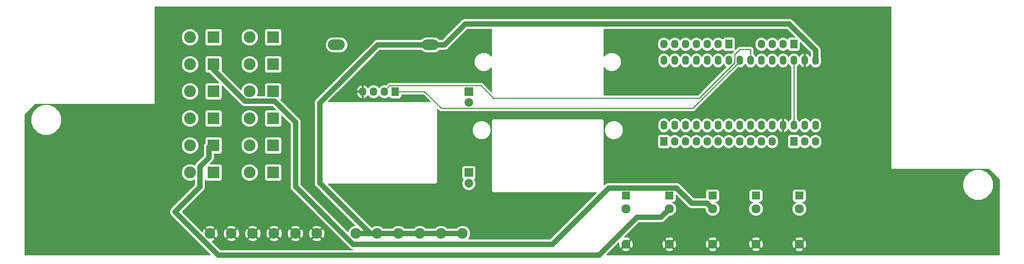
<source format=gbl>
G04 #@! TF.GenerationSoftware,KiCad,Pcbnew,5.0.0-rc2*
G04 #@! TF.CreationDate,2019-08-13T00:47:33-04:00*
G04 #@! TF.ProjectId,pcb,7063622E6B696361645F706362000000,rev?*
G04 #@! TF.SameCoordinates,Original*
G04 #@! TF.FileFunction,Copper,L2,Bot,Signal*
G04 #@! TF.FilePolarity,Positive*
%FSLAX46Y46*%
G04 Gerber Fmt 4.6, Leading zero omitted, Abs format (unit mm)*
G04 Created by KiCad (PCBNEW 5.0.0-rc2) date Tue Aug 13 00:47:33 2019*
%MOMM*%
%LPD*%
G01*
G04 APERTURE LIST*
G04 #@! TA.AperFunction,ComponentPad*
%ADD10C,2.130000*%
G04 #@! TD*
G04 #@! TA.AperFunction,ComponentPad*
%ADD11R,1.930000X1.830000*%
G04 #@! TD*
G04 #@! TA.AperFunction,ComponentPad*
%ADD12C,2.800000*%
G04 #@! TD*
G04 #@! TA.AperFunction,ComponentPad*
%ADD13R,2.800000X2.800000*%
G04 #@! TD*
G04 #@! TA.AperFunction,ComponentPad*
%ADD14O,4.000500X2.499360*%
G04 #@! TD*
G04 #@! TA.AperFunction,ComponentPad*
%ADD15O,2.032000X2.032000*%
G04 #@! TD*
G04 #@! TA.AperFunction,ComponentPad*
%ADD16R,2.032000X2.032000*%
G04 #@! TD*
G04 #@! TA.AperFunction,ComponentPad*
%ADD17C,2.500000*%
G04 #@! TD*
G04 #@! TA.AperFunction,ComponentPad*
%ADD18O,1.524000X2.199640*%
G04 #@! TD*
G04 #@! TA.AperFunction,ComponentPad*
%ADD19O,1.524000X2.197100*%
G04 #@! TD*
G04 #@! TA.AperFunction,ComponentPad*
%ADD20R,1.727200X2.032000*%
G04 #@! TD*
G04 #@! TA.AperFunction,ComponentPad*
%ADD21O,1.727200X2.032000*%
G04 #@! TD*
G04 #@! TA.AperFunction,ViaPad*
%ADD22C,0.685800*%
G04 #@! TD*
G04 #@! TA.AperFunction,Conductor*
%ADD23C,1.270000*%
G04 #@! TD*
G04 #@! TA.AperFunction,Conductor*
%ADD24C,0.254000*%
G04 #@! TD*
G04 APERTURE END LIST*
D10*
G04 #@! TO.P,J1,TN*
G04 #@! TO.N,/Front_Lch+*
X163830000Y-75490000D03*
D11*
G04 #@! TO.P,J1,S*
G04 #@! TO.N,N/C*
X163830000Y-72390000D03*
D10*
G04 #@! TO.P,J1,T*
G04 #@! TO.N,GND*
X163830000Y-83790000D03*
G04 #@! TD*
G04 #@! TO.P,J2,T*
G04 #@! TO.N,GND*
X173990000Y-83790000D03*
D11*
G04 #@! TO.P,J2,S*
G04 #@! TO.N,N/C*
X173990000Y-72390000D03*
D10*
G04 #@! TO.P,J2,TN*
G04 #@! TO.N,/Front_Rch+*
X173990000Y-75490000D03*
G04 #@! TD*
G04 #@! TO.P,J3,T*
G04 #@! TO.N,GND*
X184150000Y-83790000D03*
D11*
G04 #@! TO.P,J3,S*
G04 #@! TO.N,N/C*
X184150000Y-72390000D03*
D10*
G04 #@! TO.P,J3,TN*
G04 #@! TO.N,/Rear_Lch+*
X184150000Y-75490000D03*
G04 #@! TD*
G04 #@! TO.P,J4,TN*
G04 #@! TO.N,/Rear_Rch+*
X194310000Y-75490000D03*
D11*
G04 #@! TO.P,J4,S*
G04 #@! TO.N,N/C*
X194310000Y-72390000D03*
D10*
G04 #@! TO.P,J4,T*
G04 #@! TO.N,GND*
X194310000Y-83790000D03*
G04 #@! TD*
G04 #@! TO.P,J5,TN*
G04 #@! TO.N,N/C*
X204470000Y-75490000D03*
D11*
G04 #@! TO.P,J5,S*
X204470000Y-72390000D03*
D10*
G04 #@! TO.P,J5,T*
G04 #@! TO.N,GND*
X204470000Y-83790000D03*
G04 #@! TD*
D12*
G04 #@! TO.P,P1,2*
G04 #@! TO.N,/BATT12V+*
X75630400Y-35225500D03*
D13*
G04 #@! TO.P,P1,1*
G04 #@! TO.N,Net-(P1-Pad1)*
X81130400Y-35225500D03*
G04 #@! TD*
G04 #@! TO.P,P2,1*
G04 #@! TO.N,Net-(P2-Pad1)*
X81130400Y-41575500D03*
D12*
G04 #@! TO.P,P2,2*
G04 #@! TO.N,N/C*
X75630400Y-41575500D03*
G04 #@! TD*
G04 #@! TO.P,P3,2*
G04 #@! TO.N,/+BCH*
X75630400Y-47925500D03*
D13*
G04 #@! TO.P,P3,1*
G04 #@! TO.N,/SW+12V*
X81130400Y-47925500D03*
G04 #@! TD*
G04 #@! TO.P,P4,1*
G04 #@! TO.N,N/C*
X81130400Y-54275500D03*
D12*
G04 #@! TO.P,P4,2*
G04 #@! TO.N,/DIM+*
X75630400Y-54275500D03*
G04 #@! TD*
G04 #@! TO.P,P5,2*
G04 #@! TO.N,/DIN-*
X75630400Y-60625500D03*
D13*
G04 #@! TO.P,P5,1*
G04 #@! TO.N,Net-(P5-Pad1)*
X81130400Y-60625500D03*
G04 #@! TD*
G04 #@! TO.P,P6,1*
G04 #@! TO.N,N/C*
X81130400Y-66975500D03*
D12*
G04 #@! TO.P,P6,2*
G04 #@! TO.N,/AMP_SENS*
X75630400Y-66975500D03*
G04 #@! TD*
G04 #@! TO.P,P7,2*
G04 #@! TO.N,Net-(P7-Pad2)*
X61660400Y-35225500D03*
D13*
G04 #@! TO.P,P7,1*
G04 #@! TO.N,Net-(P7-Pad1)*
X67160400Y-35225500D03*
G04 #@! TD*
G04 #@! TO.P,P8,1*
G04 #@! TO.N,/Rear_Lch+*
X67160400Y-41575500D03*
D12*
G04 #@! TO.P,P8,2*
G04 #@! TO.N,/Front_Lch+*
X61660400Y-41575500D03*
G04 #@! TD*
D13*
G04 #@! TO.P,P9,1*
G04 #@! TO.N,/Rear_Lch-*
X67160400Y-47925500D03*
D12*
G04 #@! TO.P,P9,2*
G04 #@! TO.N,/Front_Lch-*
X61660400Y-47925500D03*
G04 #@! TD*
G04 #@! TO.P,P10,2*
G04 #@! TO.N,/Rear_Rch-*
X61660400Y-54275500D03*
D13*
G04 #@! TO.P,P10,1*
G04 #@! TO.N,/Front_Rch-*
X67160400Y-54275500D03*
G04 #@! TD*
G04 #@! TO.P,P11,1*
G04 #@! TO.N,/Front_Rch+*
X67160400Y-60625500D03*
D12*
G04 #@! TO.P,P11,2*
G04 #@! TO.N,/Rear_Rch+*
X61660400Y-60625500D03*
G04 #@! TD*
G04 #@! TO.P,P12,2*
G04 #@! TO.N,/PARK*
X61660400Y-66975500D03*
D13*
G04 #@! TO.P,P12,1*
G04 #@! TO.N,/BATGROUND*
X67160400Y-66975500D03*
G04 #@! TD*
D14*
G04 #@! TO.P,F1,2*
G04 #@! TO.N,+12V*
X118000740Y-37000000D03*
G04 #@! TO.P,F1,1*
G04 #@! TO.N,/IGN12V+*
X95999260Y-37000000D03*
G04 #@! TD*
D15*
G04 #@! TO.P,P13,2*
G04 #@! TO.N,/BATGROUND*
X127000000Y-50540000D03*
D16*
G04 #@! TO.P,P13,1*
G04 #@! TO.N,/IGN12V+*
X127000000Y-48000000D03*
G04 #@! TD*
G04 #@! TO.P,P14,1*
G04 #@! TO.N,/IGN12V+*
X127000000Y-67000000D03*
D15*
G04 #@! TO.P,P14,2*
G04 #@! TO.N,/BATGROUND*
X127000000Y-69540000D03*
G04 #@! TD*
D17*
G04 #@! TO.P,P15,2*
G04 #@! TO.N,+12V*
X120530000Y-81280000D03*
G04 #@! TO.P,P15,1*
X125530000Y-81280000D03*
G04 #@! TO.P,P15,3*
X115530000Y-81280000D03*
G04 #@! TO.P,P15,4*
X110530000Y-81280000D03*
G04 #@! TO.P,P15,5*
X105530000Y-81280000D03*
G04 #@! TO.P,P15,6*
X100530000Y-81280000D03*
G04 #@! TD*
G04 #@! TO.P,P16,6*
G04 #@! TO.N,GND*
X66360000Y-81280000D03*
G04 #@! TO.P,P16,5*
X71360000Y-81280000D03*
G04 #@! TO.P,P16,4*
X76360000Y-81280000D03*
G04 #@! TO.P,P16,3*
X81360000Y-81280000D03*
G04 #@! TO.P,P16,1*
X91360000Y-81280000D03*
G04 #@! TO.P,P16,2*
X86360000Y-81280000D03*
G04 #@! TD*
D18*
G04 #@! TO.P,J6,1*
G04 #@! TO.N,/duid1*
X208280000Y-55880000D03*
G04 #@! TO.P,J6,2*
G04 #@! TO.N,/duid0*
X205740000Y-55880000D03*
G04 #@! TO.P,J6,3*
G04 #@! TO.N,/duireset*
X203200000Y-55880000D03*
G04 #@! TO.P,J6,4*
G04 #@! TO.N,GND*
X200660000Y-55880000D03*
G04 #@! TO.P,J6,5*
G04 #@! TO.N,/duid2*
X198120000Y-55880000D03*
G04 #@! TO.P,J6,6*
G04 #@! TO.N,/duid3*
X195580000Y-55880000D03*
G04 #@! TO.P,J6,7*
G04 #@! TO.N,/duid4*
X193040000Y-55880000D03*
G04 #@! TO.P,J6,8*
G04 #@! TO.N,/duid5*
X190500000Y-55880000D03*
G04 #@! TO.P,J6,9*
G04 #@! TO.N,/duid6*
X187960000Y-55880000D03*
G04 #@! TO.P,J6,10*
G04 #@! TO.N,/duid7*
X185420000Y-55880000D03*
G04 #@! TO.P,J6,11*
G04 #@! TO.N,/duid8*
X182880000Y-55880000D03*
G04 #@! TO.P,J6,12*
G04 #@! TO.N,/duid9*
X180340000Y-55880000D03*
G04 #@! TO.P,J6,13*
G04 #@! TO.N,/duid10*
X177800000Y-55880000D03*
G04 #@! TO.P,J6,14*
G04 #@! TO.N,/duid11*
X175260000Y-55880000D03*
G04 #@! TO.P,J6,15*
G04 #@! TO.N,/duid12*
X172720000Y-55880000D03*
G04 #@! TO.P,J6,16*
G04 #@! TO.N,/duid13*
X172720000Y-40640000D03*
G04 #@! TO.P,J6,17*
G04 #@! TO.N,/dui3v3*
X175260000Y-40640000D03*
G04 #@! TO.P,J6,18*
G04 #@! TO.N,/duiaref*
X177800000Y-40640000D03*
G04 #@! TO.P,J6,19*
G04 #@! TO.N,/duia0*
X180340000Y-40640000D03*
D19*
G04 #@! TO.P,J6,20*
G04 #@! TO.N,/duia1*
X182880000Y-40640000D03*
G04 #@! TO.P,J6,21*
G04 #@! TO.N,/duia2*
X185420000Y-40640000D03*
G04 #@! TO.P,J6,22*
G04 #@! TO.N,/duia3*
X187960000Y-40640000D03*
G04 #@! TO.P,J6,23*
G04 #@! TO.N,/SDATA*
X190500000Y-40640000D03*
G04 #@! TO.P,J6,24*
G04 #@! TO.N,/SCLK*
X193040000Y-40640000D03*
G04 #@! TO.P,J6,25*
G04 #@! TO.N,/duia6*
X195580000Y-40640000D03*
G04 #@! TO.P,J6,26*
G04 #@! TO.N,/duia7*
X198120000Y-40640000D03*
G04 #@! TO.P,J6,27*
G04 #@! TO.N,/dui5v*
X200660000Y-40640000D03*
G04 #@! TO.P,J6,28*
G04 #@! TO.N,/duireset*
X203200000Y-40640000D03*
G04 #@! TO.P,J6,29*
G04 #@! TO.N,GND*
X205740000Y-40640000D03*
G04 #@! TO.P,J6,30*
G04 #@! TO.N,+12V*
X208280000Y-40640000D03*
G04 #@! TD*
D20*
G04 #@! TO.P,P17,1*
G04 #@! TO.N,/duireset*
X203200000Y-59690000D03*
D21*
G04 #@! TO.P,P17,2*
G04 #@! TO.N,/duid0*
X205740000Y-59690000D03*
G04 #@! TO.P,P17,3*
G04 #@! TO.N,/duid1*
X208280000Y-59690000D03*
G04 #@! TD*
D20*
G04 #@! TO.P,P18,1*
G04 #@! TO.N,/duid12*
X172720000Y-59690000D03*
D21*
G04 #@! TO.P,P18,2*
G04 #@! TO.N,/duid11*
X175260000Y-59690000D03*
G04 #@! TO.P,P18,3*
G04 #@! TO.N,/duid10*
X177800000Y-59690000D03*
G04 #@! TO.P,P18,4*
G04 #@! TO.N,/duid9*
X180340000Y-59690000D03*
G04 #@! TO.P,P18,5*
G04 #@! TO.N,/duid8*
X182880000Y-59690000D03*
G04 #@! TO.P,P18,6*
G04 #@! TO.N,/duid7*
X185420000Y-59690000D03*
G04 #@! TO.P,P18,7*
G04 #@! TO.N,/duid6*
X187960000Y-59690000D03*
G04 #@! TO.P,P18,8*
G04 #@! TO.N,/duid5*
X190500000Y-59690000D03*
G04 #@! TO.P,P18,9*
G04 #@! TO.N,/duid4*
X193040000Y-59690000D03*
G04 #@! TO.P,P18,10*
G04 #@! TO.N,/duid3*
X195580000Y-59690000D03*
G04 #@! TO.P,P18,11*
G04 #@! TO.N,/duid2*
X198120000Y-59690000D03*
G04 #@! TD*
D20*
G04 #@! TO.P,P19,1*
G04 #@! TO.N,/duireset*
X203200000Y-36830000D03*
D21*
G04 #@! TO.P,P19,2*
G04 #@! TO.N,/dui5v*
X200660000Y-36830000D03*
G04 #@! TO.P,P19,3*
G04 #@! TO.N,/duia7*
X198120000Y-36830000D03*
G04 #@! TO.P,P19,4*
G04 #@! TO.N,/duia6*
X195580000Y-36830000D03*
G04 #@! TD*
D20*
G04 #@! TO.P,P20,1*
G04 #@! TO.N,/duia3*
X187960000Y-36830000D03*
D21*
G04 #@! TO.P,P20,2*
G04 #@! TO.N,/duia2*
X185420000Y-36830000D03*
G04 #@! TO.P,P20,3*
G04 #@! TO.N,/duia1*
X182880000Y-36830000D03*
G04 #@! TO.P,P20,4*
G04 #@! TO.N,/duia0*
X180340000Y-36830000D03*
G04 #@! TO.P,P20,5*
G04 #@! TO.N,/duiaref*
X177800000Y-36830000D03*
G04 #@! TO.P,P20,6*
G04 #@! TO.N,/dui3v3*
X175260000Y-36830000D03*
G04 #@! TO.P,P20,7*
G04 #@! TO.N,/duid13*
X172720000Y-36830000D03*
G04 #@! TD*
G04 #@! TO.P,P21,4*
G04 #@! TO.N,GND*
X102130000Y-48000000D03*
G04 #@! TO.P,P21,3*
G04 #@! TO.N,/dui5v*
X104670000Y-48000000D03*
G04 #@! TO.P,P21,2*
G04 #@! TO.N,/SCLK*
X107210000Y-48000000D03*
D20*
G04 #@! TO.P,P21,1*
G04 #@! TO.N,/SDATA*
X109750000Y-48000000D03*
G04 #@! TD*
D22*
G04 #@! TO.N,GND*
X104140000Y-43180000D03*
X114300000Y-43180000D03*
X91440000Y-43180000D03*
X119380000Y-43180000D03*
X111760000Y-43180000D03*
X116840000Y-43180000D03*
X106680000Y-43180000D03*
X88900000Y-43180000D03*
G04 #@! TD*
D23*
G04 #@! TO.N,+12V*
X120530000Y-81280000D02*
X115530000Y-81280000D01*
X125530000Y-81280000D02*
X120530000Y-81280000D01*
X115530000Y-81280000D02*
X110530000Y-81280000D01*
X118000700Y-37000000D02*
X121271000Y-37000000D01*
X121271000Y-37000000D02*
X126206000Y-32064600D01*
X126206000Y-32064600D02*
X202073000Y-32064600D01*
X202073000Y-32064600D02*
X208280000Y-38271400D01*
X208280000Y-38271400D02*
X208280000Y-40640000D01*
X103915000Y-81280000D02*
X92034800Y-69399800D01*
X92034800Y-69399800D02*
X92034800Y-50600200D01*
X92034800Y-50600200D02*
X105635000Y-37000000D01*
X105635000Y-37000000D02*
X118000700Y-37000000D01*
X110530000Y-81280000D02*
X105530000Y-81280000D01*
X105530000Y-81280000D02*
X103915000Y-81280000D01*
X103915000Y-81280000D02*
X100530000Y-81280000D01*
X105530000Y-81280000D02*
X103915000Y-81280000D01*
G04 #@! TO.N,/Rear_Lch+*
X159804972Y-70585999D02*
X146570971Y-83820000D01*
X175666201Y-70585999D02*
X159804972Y-70585999D01*
X179274203Y-74194001D02*
X175666201Y-70585999D01*
X182854001Y-74194001D02*
X179274203Y-74194001D01*
X184150000Y-75490000D02*
X182854001Y-74194001D01*
X99904278Y-83820000D02*
X86360000Y-70275722D01*
X146570971Y-83820000D02*
X99904278Y-83820000D01*
X67160400Y-42843222D02*
X67160400Y-41575500D01*
X74531679Y-50214501D02*
X67160400Y-42843222D01*
X81469603Y-50214501D02*
X74531679Y-50214501D01*
X86360000Y-55104898D02*
X81469603Y-50214501D01*
X86360000Y-70275722D02*
X86360000Y-55104898D01*
G04 #@! TO.N,/Front_Rch+*
X172035999Y-77444001D02*
X166395999Y-77444001D01*
X173990000Y-75490000D02*
X172035999Y-77444001D01*
X166395999Y-77444001D02*
X157480000Y-86360000D01*
X68274278Y-86360000D02*
X58114278Y-76200000D01*
X157480000Y-86360000D02*
X68274278Y-86360000D01*
X63949401Y-70364877D02*
X63949401Y-65590599D01*
X58114278Y-76200000D02*
X63949401Y-70364877D01*
X63949401Y-65590599D02*
X66040000Y-63500000D01*
X66040000Y-63500000D02*
X66040000Y-60960000D01*
X66825900Y-60960000D02*
X67160400Y-60625500D01*
X66040000Y-60960000D02*
X66825900Y-60960000D01*
D24*
G04 #@! TO.N,/duireset*
X203200000Y-55880000D02*
X203200000Y-40640000D01*
G04 #@! TO.N,/SDATA*
X190500000Y-40640000D02*
X190500000Y-40976600D01*
X190500000Y-40976600D02*
X179540000Y-51937000D01*
X179540000Y-51937000D02*
X120584000Y-51937000D01*
X120584000Y-51937000D02*
X116647000Y-48000000D01*
X116647000Y-48000000D02*
X109750000Y-48000000D01*
G04 #@! TO.N,/SCLK*
X193040000Y-38100000D02*
X193040000Y-40640000D01*
X129923000Y-46603000D02*
X132807000Y-49487000D01*
X190500000Y-38100000D02*
X193040000Y-38100000D01*
X189357000Y-39243000D02*
X190500000Y-38100000D01*
X189357000Y-41196000D02*
X189357000Y-39243000D01*
X108455000Y-46603000D02*
X129923000Y-46603000D01*
X181066000Y-49487000D02*
X189357000Y-41196000D01*
X107210000Y-47847600D02*
X108455000Y-46603000D01*
X132807000Y-49487000D02*
X181066000Y-49487000D01*
X107210000Y-48000000D02*
X107210000Y-47847600D01*
G04 #@! TO.N,/dui5v*
X104670000Y-48000000D02*
X104670000Y-47847600D01*
X200660000Y-40976600D02*
X200660000Y-40640000D01*
G04 #@! TD*
G04 #@! TO.N,GND*
G36*
X225933000Y-66040000D02*
X225942667Y-66088601D01*
X225970197Y-66129803D01*
X226011399Y-66157333D01*
X226060000Y-66167000D01*
X248867394Y-66167000D01*
X251333000Y-68632606D01*
X251333000Y-86233000D01*
X159403050Y-86233000D01*
X160646496Y-84989554D01*
X162810052Y-84989554D01*
X162916673Y-85263152D01*
X163549947Y-85500530D01*
X164225856Y-85477495D01*
X164743327Y-85263152D01*
X164849948Y-84989554D01*
X172970052Y-84989554D01*
X173076673Y-85263152D01*
X173709947Y-85500530D01*
X174385856Y-85477495D01*
X174903327Y-85263152D01*
X175009948Y-84989554D01*
X183130052Y-84989554D01*
X183236673Y-85263152D01*
X183869947Y-85500530D01*
X184545856Y-85477495D01*
X185063327Y-85263152D01*
X185169948Y-84989554D01*
X193290052Y-84989554D01*
X193396673Y-85263152D01*
X194029947Y-85500530D01*
X194705856Y-85477495D01*
X195223327Y-85263152D01*
X195329948Y-84989554D01*
X203450052Y-84989554D01*
X203556673Y-85263152D01*
X204189947Y-85500530D01*
X204865856Y-85477495D01*
X205383327Y-85263152D01*
X205489948Y-84989554D01*
X204470000Y-83969605D01*
X203450052Y-84989554D01*
X195329948Y-84989554D01*
X194310000Y-83969605D01*
X193290052Y-84989554D01*
X185169948Y-84989554D01*
X184150000Y-83969605D01*
X183130052Y-84989554D01*
X175009948Y-84989554D01*
X173990000Y-83969605D01*
X172970052Y-84989554D01*
X164849948Y-84989554D01*
X163830000Y-83969605D01*
X162810052Y-84989554D01*
X160646496Y-84989554D01*
X162119689Y-83516362D01*
X162142505Y-84185856D01*
X162356848Y-84703327D01*
X162630446Y-84809948D01*
X163650395Y-83790000D01*
X164009605Y-83790000D01*
X165029554Y-84809948D01*
X165303152Y-84703327D01*
X165540530Y-84070053D01*
X165521442Y-83509947D01*
X172279470Y-83509947D01*
X172302505Y-84185856D01*
X172516848Y-84703327D01*
X172790446Y-84809948D01*
X173810395Y-83790000D01*
X174169605Y-83790000D01*
X175189554Y-84809948D01*
X175463152Y-84703327D01*
X175700530Y-84070053D01*
X175681442Y-83509947D01*
X182439470Y-83509947D01*
X182462505Y-84185856D01*
X182676848Y-84703327D01*
X182950446Y-84809948D01*
X183970395Y-83790000D01*
X184329605Y-83790000D01*
X185349554Y-84809948D01*
X185623152Y-84703327D01*
X185860530Y-84070053D01*
X185841442Y-83509947D01*
X192599470Y-83509947D01*
X192622505Y-84185856D01*
X192836848Y-84703327D01*
X193110446Y-84809948D01*
X194130395Y-83790000D01*
X194489605Y-83790000D01*
X195509554Y-84809948D01*
X195783152Y-84703327D01*
X196020530Y-84070053D01*
X196001442Y-83509947D01*
X202759470Y-83509947D01*
X202782505Y-84185856D01*
X202996848Y-84703327D01*
X203270446Y-84809948D01*
X204290395Y-83790000D01*
X204649605Y-83790000D01*
X205669554Y-84809948D01*
X205943152Y-84703327D01*
X206180530Y-84070053D01*
X206157495Y-83394144D01*
X205943152Y-82876673D01*
X205669554Y-82770052D01*
X204649605Y-83790000D01*
X204290395Y-83790000D01*
X203270446Y-82770052D01*
X202996848Y-82876673D01*
X202759470Y-83509947D01*
X196001442Y-83509947D01*
X195997495Y-83394144D01*
X195783152Y-82876673D01*
X195509554Y-82770052D01*
X194489605Y-83790000D01*
X194130395Y-83790000D01*
X193110446Y-82770052D01*
X192836848Y-82876673D01*
X192599470Y-83509947D01*
X185841442Y-83509947D01*
X185837495Y-83394144D01*
X185623152Y-82876673D01*
X185349554Y-82770052D01*
X184329605Y-83790000D01*
X183970395Y-83790000D01*
X182950446Y-82770052D01*
X182676848Y-82876673D01*
X182439470Y-83509947D01*
X175681442Y-83509947D01*
X175677495Y-83394144D01*
X175463152Y-82876673D01*
X175189554Y-82770052D01*
X174169605Y-83790000D01*
X173810395Y-83790000D01*
X172790446Y-82770052D01*
X172516848Y-82876673D01*
X172279470Y-83509947D01*
X165521442Y-83509947D01*
X165517495Y-83394144D01*
X165303152Y-82876673D01*
X165029554Y-82770052D01*
X164009605Y-83790000D01*
X163650395Y-83790000D01*
X163636252Y-83775858D01*
X163815858Y-83596252D01*
X163830000Y-83610395D01*
X164849948Y-82590446D01*
X172970052Y-82590446D01*
X173990000Y-83610395D01*
X175009948Y-82590446D01*
X183130052Y-82590446D01*
X184150000Y-83610395D01*
X185169948Y-82590446D01*
X193290052Y-82590446D01*
X194310000Y-83610395D01*
X195329948Y-82590446D01*
X203450052Y-82590446D01*
X204470000Y-83610395D01*
X205489948Y-82590446D01*
X205383327Y-82316848D01*
X204750053Y-82079470D01*
X204074144Y-82102505D01*
X203556673Y-82316848D01*
X203450052Y-82590446D01*
X195329948Y-82590446D01*
X195223327Y-82316848D01*
X194590053Y-82079470D01*
X193914144Y-82102505D01*
X193396673Y-82316848D01*
X193290052Y-82590446D01*
X185169948Y-82590446D01*
X185063327Y-82316848D01*
X184430053Y-82079470D01*
X183754144Y-82102505D01*
X183236673Y-82316848D01*
X183130052Y-82590446D01*
X175009948Y-82590446D01*
X174903327Y-82316848D01*
X174270053Y-82079470D01*
X173594144Y-82102505D01*
X173076673Y-82316848D01*
X172970052Y-82590446D01*
X164849948Y-82590446D01*
X164743327Y-82316848D01*
X164110053Y-82079470D01*
X163537053Y-82098998D01*
X166922050Y-78714001D01*
X171910924Y-78714001D01*
X172035999Y-78738880D01*
X172161074Y-78714001D01*
X172161079Y-78714001D01*
X172531528Y-78640314D01*
X172951617Y-78359619D01*
X173022470Y-78253580D01*
X174086051Y-77190000D01*
X174328151Y-77190000D01*
X174952973Y-76931190D01*
X175431190Y-76452973D01*
X175690000Y-75828151D01*
X175690000Y-75151849D01*
X175431190Y-74527027D01*
X174952973Y-74048810D01*
X174720315Y-73952440D01*
X174955000Y-73952440D01*
X175202765Y-73903157D01*
X175412809Y-73762809D01*
X175553157Y-73552765D01*
X175602440Y-73305000D01*
X175602440Y-72318288D01*
X178287734Y-75003583D01*
X178358585Y-75109619D01*
X178464621Y-75180470D01*
X178464622Y-75180471D01*
X178587930Y-75262863D01*
X178778674Y-75390314D01*
X179149123Y-75464001D01*
X179149127Y-75464001D01*
X179274202Y-75488880D01*
X179399277Y-75464001D01*
X182327951Y-75464001D01*
X182450000Y-75586050D01*
X182450000Y-75828151D01*
X182708810Y-76452973D01*
X183187027Y-76931190D01*
X183811849Y-77190000D01*
X184488151Y-77190000D01*
X185112973Y-76931190D01*
X185591190Y-76452973D01*
X185850000Y-75828151D01*
X185850000Y-75151849D01*
X192610000Y-75151849D01*
X192610000Y-75828151D01*
X192868810Y-76452973D01*
X193347027Y-76931190D01*
X193971849Y-77190000D01*
X194648151Y-77190000D01*
X195272973Y-76931190D01*
X195751190Y-76452973D01*
X196010000Y-75828151D01*
X196010000Y-75151849D01*
X202770000Y-75151849D01*
X202770000Y-75828151D01*
X203028810Y-76452973D01*
X203507027Y-76931190D01*
X204131849Y-77190000D01*
X204808151Y-77190000D01*
X205432973Y-76931190D01*
X205911190Y-76452973D01*
X206170000Y-75828151D01*
X206170000Y-75151849D01*
X205911190Y-74527027D01*
X205432973Y-74048810D01*
X205200315Y-73952440D01*
X205435000Y-73952440D01*
X205682765Y-73903157D01*
X205892809Y-73762809D01*
X206033157Y-73552765D01*
X206082440Y-73305000D01*
X206082440Y-71475000D01*
X206033157Y-71227235D01*
X205892809Y-71017191D01*
X205682765Y-70876843D01*
X205435000Y-70827560D01*
X203505000Y-70827560D01*
X203257235Y-70876843D01*
X203047191Y-71017191D01*
X202906843Y-71227235D01*
X202857560Y-71475000D01*
X202857560Y-73305000D01*
X202906843Y-73552765D01*
X203047191Y-73762809D01*
X203257235Y-73903157D01*
X203505000Y-73952440D01*
X203739685Y-73952440D01*
X203507027Y-74048810D01*
X203028810Y-74527027D01*
X202770000Y-75151849D01*
X196010000Y-75151849D01*
X195751190Y-74527027D01*
X195272973Y-74048810D01*
X195040315Y-73952440D01*
X195275000Y-73952440D01*
X195522765Y-73903157D01*
X195732809Y-73762809D01*
X195873157Y-73552765D01*
X195922440Y-73305000D01*
X195922440Y-71475000D01*
X195873157Y-71227235D01*
X195732809Y-71017191D01*
X195522765Y-70876843D01*
X195275000Y-70827560D01*
X193345000Y-70827560D01*
X193097235Y-70876843D01*
X192887191Y-71017191D01*
X192746843Y-71227235D01*
X192697560Y-71475000D01*
X192697560Y-73305000D01*
X192746843Y-73552765D01*
X192887191Y-73762809D01*
X193097235Y-73903157D01*
X193345000Y-73952440D01*
X193579685Y-73952440D01*
X193347027Y-74048810D01*
X192868810Y-74527027D01*
X192610000Y-75151849D01*
X185850000Y-75151849D01*
X185591190Y-74527027D01*
X185112973Y-74048810D01*
X184880315Y-73952440D01*
X185115000Y-73952440D01*
X185362765Y-73903157D01*
X185572809Y-73762809D01*
X185713157Y-73552765D01*
X185762440Y-73305000D01*
X185762440Y-71475000D01*
X185713157Y-71227235D01*
X185572809Y-71017191D01*
X185362765Y-70876843D01*
X185115000Y-70827560D01*
X183185000Y-70827560D01*
X182937235Y-70876843D01*
X182727191Y-71017191D01*
X182586843Y-71227235D01*
X182537560Y-71475000D01*
X182537560Y-72924001D01*
X179800254Y-72924001D01*
X176652672Y-69776420D01*
X176581819Y-69670381D01*
X176161730Y-69389686D01*
X175791281Y-69315999D01*
X175791276Y-69315999D01*
X175666201Y-69291120D01*
X175541126Y-69315999D01*
X159930048Y-69315999D01*
X159804972Y-69291120D01*
X159679896Y-69315999D01*
X159679892Y-69315999D01*
X159309443Y-69389686D01*
X159084483Y-69540000D01*
X158889354Y-69670381D01*
X158818503Y-69776417D01*
X158707372Y-69887548D01*
X158707372Y-69126954D01*
X242745000Y-69126954D01*
X242745000Y-70573046D01*
X243298396Y-71909062D01*
X244320938Y-72931604D01*
X245656954Y-73485000D01*
X247103046Y-73485000D01*
X248439062Y-72931604D01*
X249461604Y-71909062D01*
X250015000Y-70573046D01*
X250015000Y-69126954D01*
X249461604Y-67790938D01*
X248439062Y-66768396D01*
X247103046Y-66215000D01*
X245656954Y-66215000D01*
X244320938Y-66768396D01*
X243298396Y-67790938D01*
X242745000Y-69126954D01*
X158707372Y-69126954D01*
X158707372Y-56555431D01*
X158765000Y-56555431D01*
X158765000Y-57444569D01*
X159105259Y-58266026D01*
X159733974Y-58894741D01*
X160555431Y-59235000D01*
X161444569Y-59235000D01*
X162266026Y-58894741D01*
X162486767Y-58674000D01*
X171208960Y-58674000D01*
X171208960Y-60706000D01*
X171258243Y-60953765D01*
X171398591Y-61163809D01*
X171608635Y-61304157D01*
X171856400Y-61353440D01*
X173583600Y-61353440D01*
X173831365Y-61304157D01*
X174041409Y-61163809D01*
X174181757Y-60953765D01*
X174186932Y-60927748D01*
X174675276Y-61254050D01*
X175260000Y-61370359D01*
X175844725Y-61254049D01*
X176340430Y-60922829D01*
X176530000Y-60639118D01*
X176719571Y-60922830D01*
X177215276Y-61254050D01*
X177800000Y-61370359D01*
X178384725Y-61254049D01*
X178880430Y-60922829D01*
X179070000Y-60639118D01*
X179259571Y-60922830D01*
X179755276Y-61254050D01*
X180340000Y-61370359D01*
X180924725Y-61254049D01*
X181420430Y-60922829D01*
X181610000Y-60639118D01*
X181799571Y-60922830D01*
X182295276Y-61254050D01*
X182880000Y-61370359D01*
X183464725Y-61254049D01*
X183960430Y-60922829D01*
X184150000Y-60639118D01*
X184339571Y-60922830D01*
X184835276Y-61254050D01*
X185420000Y-61370359D01*
X186004725Y-61254049D01*
X186500430Y-60922829D01*
X186690000Y-60639118D01*
X186879571Y-60922830D01*
X187375276Y-61254050D01*
X187960000Y-61370359D01*
X188544725Y-61254049D01*
X189040430Y-60922829D01*
X189230000Y-60639118D01*
X189419571Y-60922830D01*
X189915276Y-61254050D01*
X190500000Y-61370359D01*
X191084725Y-61254049D01*
X191580430Y-60922829D01*
X191770000Y-60639118D01*
X191959571Y-60922830D01*
X192455276Y-61254050D01*
X193040000Y-61370359D01*
X193624725Y-61254049D01*
X194120430Y-60922829D01*
X194310000Y-60639118D01*
X194499571Y-60922830D01*
X194995276Y-61254050D01*
X195580000Y-61370359D01*
X196164725Y-61254049D01*
X196660430Y-60922829D01*
X196850000Y-60639118D01*
X197039571Y-60922830D01*
X197535276Y-61254050D01*
X198120000Y-61370359D01*
X198704725Y-61254049D01*
X199200430Y-60922829D01*
X199531650Y-60427124D01*
X199618600Y-59989997D01*
X199618599Y-59390002D01*
X199531649Y-58952875D01*
X199345311Y-58674000D01*
X201688960Y-58674000D01*
X201688960Y-60706000D01*
X201738243Y-60953765D01*
X201878591Y-61163809D01*
X202088635Y-61304157D01*
X202336400Y-61353440D01*
X204063600Y-61353440D01*
X204311365Y-61304157D01*
X204521409Y-61163809D01*
X204661757Y-60953765D01*
X204666932Y-60927748D01*
X205155276Y-61254050D01*
X205740000Y-61370359D01*
X206324725Y-61254049D01*
X206820430Y-60922829D01*
X207010000Y-60639118D01*
X207199571Y-60922830D01*
X207695276Y-61254050D01*
X208280000Y-61370359D01*
X208864725Y-61254049D01*
X209360430Y-60922829D01*
X209691650Y-60427124D01*
X209778600Y-59989997D01*
X209778599Y-59390002D01*
X209691649Y-58952875D01*
X209360429Y-58457170D01*
X208864724Y-58125950D01*
X208280000Y-58009641D01*
X207695275Y-58125951D01*
X207199570Y-58457171D01*
X207010000Y-58740882D01*
X206820429Y-58457170D01*
X206324724Y-58125950D01*
X205740000Y-58009641D01*
X205155275Y-58125951D01*
X204666932Y-58452252D01*
X204661757Y-58426235D01*
X204521409Y-58216191D01*
X204311365Y-58075843D01*
X204063600Y-58026560D01*
X202336400Y-58026560D01*
X202088635Y-58075843D01*
X201878591Y-58216191D01*
X201738243Y-58426235D01*
X201688960Y-58674000D01*
X199345311Y-58674000D01*
X199200429Y-58457170D01*
X198704724Y-58125950D01*
X198120000Y-58009641D01*
X197535275Y-58125951D01*
X197039570Y-58457171D01*
X196850000Y-58740882D01*
X196660429Y-58457170D01*
X196164724Y-58125950D01*
X195580000Y-58009641D01*
X194995275Y-58125951D01*
X194499570Y-58457171D01*
X194310000Y-58740882D01*
X194120429Y-58457170D01*
X193624724Y-58125950D01*
X193040000Y-58009641D01*
X192455275Y-58125951D01*
X191959570Y-58457171D01*
X191770000Y-58740882D01*
X191580429Y-58457170D01*
X191084724Y-58125950D01*
X190500000Y-58009641D01*
X189915275Y-58125951D01*
X189419570Y-58457171D01*
X189230000Y-58740882D01*
X189040429Y-58457170D01*
X188544724Y-58125950D01*
X187960000Y-58009641D01*
X187375275Y-58125951D01*
X186879570Y-58457171D01*
X186690000Y-58740882D01*
X186500429Y-58457170D01*
X186004724Y-58125950D01*
X185420000Y-58009641D01*
X184835275Y-58125951D01*
X184339570Y-58457171D01*
X184150000Y-58740882D01*
X183960429Y-58457170D01*
X183464724Y-58125950D01*
X182880000Y-58009641D01*
X182295275Y-58125951D01*
X181799570Y-58457171D01*
X181610000Y-58740882D01*
X181420429Y-58457170D01*
X180924724Y-58125950D01*
X180340000Y-58009641D01*
X179755275Y-58125951D01*
X179259570Y-58457171D01*
X179070000Y-58740882D01*
X178880429Y-58457170D01*
X178384724Y-58125950D01*
X177800000Y-58009641D01*
X177215275Y-58125951D01*
X176719570Y-58457171D01*
X176530000Y-58740882D01*
X176340429Y-58457170D01*
X175844724Y-58125950D01*
X175260000Y-58009641D01*
X174675275Y-58125951D01*
X174186932Y-58452252D01*
X174181757Y-58426235D01*
X174041409Y-58216191D01*
X173831365Y-58075843D01*
X173583600Y-58026560D01*
X171856400Y-58026560D01*
X171608635Y-58075843D01*
X171398591Y-58216191D01*
X171258243Y-58426235D01*
X171208960Y-58674000D01*
X162486767Y-58674000D01*
X162894741Y-58266026D01*
X163235000Y-57444569D01*
X163235000Y-56555431D01*
X163152148Y-56355407D01*
X171323000Y-56355407D01*
X171404056Y-56762901D01*
X171712820Y-57224999D01*
X172174918Y-57533763D01*
X172720000Y-57642188D01*
X173265081Y-57533764D01*
X173727179Y-57225000D01*
X173990000Y-56831661D01*
X174252820Y-57224999D01*
X174714918Y-57533763D01*
X175260000Y-57642188D01*
X175805081Y-57533764D01*
X176267179Y-57225000D01*
X176530000Y-56831661D01*
X176792820Y-57224999D01*
X177254918Y-57533763D01*
X177800000Y-57642188D01*
X178345081Y-57533764D01*
X178807179Y-57225000D01*
X179070000Y-56831661D01*
X179332820Y-57224999D01*
X179794918Y-57533763D01*
X180340000Y-57642188D01*
X180885081Y-57533764D01*
X181347179Y-57225000D01*
X181610000Y-56831661D01*
X181872820Y-57224999D01*
X182334918Y-57533763D01*
X182880000Y-57642188D01*
X183425081Y-57533764D01*
X183887179Y-57225000D01*
X184150000Y-56831661D01*
X184412820Y-57224999D01*
X184874918Y-57533763D01*
X185420000Y-57642188D01*
X185965081Y-57533764D01*
X186427179Y-57225000D01*
X186690000Y-56831661D01*
X186952820Y-57224999D01*
X187414918Y-57533763D01*
X187960000Y-57642188D01*
X188505081Y-57533764D01*
X188967179Y-57225000D01*
X189230000Y-56831661D01*
X189492820Y-57224999D01*
X189954918Y-57533763D01*
X190500000Y-57642188D01*
X191045081Y-57533764D01*
X191507179Y-57225000D01*
X191770000Y-56831661D01*
X192032820Y-57224999D01*
X192494918Y-57533763D01*
X193040000Y-57642188D01*
X193585081Y-57533764D01*
X194047179Y-57225000D01*
X194310000Y-56831661D01*
X194572820Y-57224999D01*
X195034918Y-57533763D01*
X195580000Y-57642188D01*
X196125081Y-57533764D01*
X196587179Y-57225000D01*
X196850000Y-56831661D01*
X197112820Y-57224999D01*
X197574918Y-57533763D01*
X198120000Y-57642188D01*
X198665081Y-57533764D01*
X199127179Y-57225000D01*
X199401580Y-56814330D01*
X199417941Y-56869761D01*
X199761974Y-57295450D01*
X200242723Y-57557080D01*
X200316930Y-57572040D01*
X200533000Y-57449540D01*
X200533000Y-56007000D01*
X200513000Y-56007000D01*
X200513000Y-55753000D01*
X200533000Y-55753000D01*
X200533000Y-54310460D01*
X200316930Y-54187960D01*
X200242723Y-54202920D01*
X199761974Y-54464550D01*
X199417941Y-54890239D01*
X199401580Y-54945670D01*
X199127180Y-54535001D01*
X198665082Y-54226237D01*
X198120000Y-54117812D01*
X197574919Y-54226236D01*
X197112821Y-54535000D01*
X196850000Y-54928339D01*
X196587180Y-54535001D01*
X196125082Y-54226237D01*
X195580000Y-54117812D01*
X195034919Y-54226236D01*
X194572821Y-54535000D01*
X194310000Y-54928339D01*
X194047180Y-54535001D01*
X193585082Y-54226237D01*
X193040000Y-54117812D01*
X192494919Y-54226236D01*
X192032821Y-54535000D01*
X191770000Y-54928339D01*
X191507180Y-54535001D01*
X191045082Y-54226237D01*
X190500000Y-54117812D01*
X189954919Y-54226236D01*
X189492821Y-54535000D01*
X189230000Y-54928339D01*
X188967180Y-54535001D01*
X188505082Y-54226237D01*
X187960000Y-54117812D01*
X187414919Y-54226236D01*
X186952821Y-54535000D01*
X186690000Y-54928339D01*
X186427180Y-54535001D01*
X185965082Y-54226237D01*
X185420000Y-54117812D01*
X184874919Y-54226236D01*
X184412821Y-54535000D01*
X184150000Y-54928339D01*
X183887180Y-54535001D01*
X183425082Y-54226237D01*
X182880000Y-54117812D01*
X182334919Y-54226236D01*
X181872821Y-54535000D01*
X181610000Y-54928339D01*
X181347180Y-54535001D01*
X180885082Y-54226237D01*
X180340000Y-54117812D01*
X179794919Y-54226236D01*
X179332821Y-54535000D01*
X179070000Y-54928339D01*
X178807180Y-54535001D01*
X178345082Y-54226237D01*
X177800000Y-54117812D01*
X177254919Y-54226236D01*
X176792821Y-54535000D01*
X176530000Y-54928339D01*
X176267180Y-54535001D01*
X175805082Y-54226237D01*
X175260000Y-54117812D01*
X174714919Y-54226236D01*
X174252821Y-54535000D01*
X173990000Y-54928339D01*
X173727180Y-54535001D01*
X173265082Y-54226237D01*
X172720000Y-54117812D01*
X172174919Y-54226236D01*
X171712821Y-54535000D01*
X171404057Y-54997098D01*
X171323001Y-55404592D01*
X171323000Y-56355407D01*
X163152148Y-56355407D01*
X162894741Y-55733974D01*
X162266026Y-55105259D01*
X161444569Y-54765000D01*
X160555431Y-54765000D01*
X159733974Y-55105259D01*
X159105259Y-55733974D01*
X158765000Y-56555431D01*
X158707372Y-56555431D01*
X158707373Y-55099831D01*
X158721306Y-55029785D01*
X158666109Y-54752289D01*
X158508919Y-54517039D01*
X158273669Y-54359849D01*
X158066219Y-54318585D01*
X158066218Y-54318585D01*
X157996173Y-54304652D01*
X157926127Y-54318585D01*
X133066219Y-54318585D01*
X132996173Y-54304652D01*
X132926128Y-54318585D01*
X132926127Y-54318585D01*
X132718677Y-54359849D01*
X132483427Y-54517039D01*
X132326237Y-54752289D01*
X132271040Y-55029785D01*
X132284973Y-55099831D01*
X132284974Y-70959734D01*
X132271040Y-71029785D01*
X132326237Y-71307281D01*
X132483427Y-71542531D01*
X132718677Y-71699721D01*
X132926127Y-71740985D01*
X132996173Y-71754918D01*
X133066218Y-71740985D01*
X156853935Y-71740985D01*
X146044921Y-82550000D01*
X126925793Y-82550000D01*
X127128026Y-82347767D01*
X127415000Y-81654950D01*
X127415000Y-80905050D01*
X127128026Y-80212233D01*
X126597767Y-79681974D01*
X125904950Y-79395000D01*
X125155050Y-79395000D01*
X124462233Y-79681974D01*
X124134207Y-80010000D01*
X121925793Y-80010000D01*
X121597767Y-79681974D01*
X120904950Y-79395000D01*
X120155050Y-79395000D01*
X119462233Y-79681974D01*
X119134207Y-80010000D01*
X116925793Y-80010000D01*
X116597767Y-79681974D01*
X115904950Y-79395000D01*
X115155050Y-79395000D01*
X114462233Y-79681974D01*
X114134207Y-80010000D01*
X111925793Y-80010000D01*
X111597767Y-79681974D01*
X110904950Y-79395000D01*
X110155050Y-79395000D01*
X109462233Y-79681974D01*
X109134207Y-80010000D01*
X106925793Y-80010000D01*
X106597767Y-79681974D01*
X105904950Y-79395000D01*
X105155050Y-79395000D01*
X104462233Y-79681974D01*
X104287629Y-79856578D01*
X94142250Y-69711200D01*
X118929954Y-69711200D01*
X119000000Y-69725133D01*
X119070045Y-69711200D01*
X119070046Y-69711200D01*
X119277496Y-69669936D01*
X119471957Y-69540000D01*
X125316655Y-69540000D01*
X125444792Y-70184188D01*
X125809695Y-70730305D01*
X126355812Y-71095208D01*
X126837391Y-71191000D01*
X127162609Y-71191000D01*
X127644188Y-71095208D01*
X128190305Y-70730305D01*
X128555208Y-70184188D01*
X128683345Y-69540000D01*
X128555208Y-68895812D01*
X128335144Y-68566463D01*
X128473809Y-68473809D01*
X128614157Y-68263765D01*
X128663440Y-68016000D01*
X128663440Y-65984000D01*
X128614157Y-65736235D01*
X128473809Y-65526191D01*
X128263765Y-65385843D01*
X128016000Y-65336560D01*
X125984000Y-65336560D01*
X125736235Y-65385843D01*
X125526191Y-65526191D01*
X125385843Y-65736235D01*
X125336560Y-65984000D01*
X125336560Y-68016000D01*
X125385843Y-68263765D01*
X125526191Y-68473809D01*
X125664856Y-68566463D01*
X125444792Y-68895812D01*
X125316655Y-69540000D01*
X119471957Y-69540000D01*
X119512746Y-69512746D01*
X119669936Y-69277496D01*
X119725133Y-69000000D01*
X119711200Y-68929954D01*
X119711200Y-56555431D01*
X127765000Y-56555431D01*
X127765000Y-57444569D01*
X128105259Y-58266026D01*
X128733974Y-58894741D01*
X129555431Y-59235000D01*
X130444569Y-59235000D01*
X131266026Y-58894741D01*
X131894741Y-58266026D01*
X132235000Y-57444569D01*
X132235000Y-56555431D01*
X131894741Y-55733974D01*
X131266026Y-55105259D01*
X130444569Y-54765000D01*
X129555431Y-54765000D01*
X128733974Y-55105259D01*
X128105259Y-55733974D01*
X127765000Y-56555431D01*
X119711200Y-56555431D01*
X119711199Y-52141830D01*
X119992118Y-52422749D01*
X120034629Y-52486371D01*
X120098251Y-52528882D01*
X120131260Y-52550938D01*
X120286683Y-52654788D01*
X120508952Y-52699000D01*
X120508953Y-52699000D01*
X120584000Y-52713928D01*
X120659047Y-52699000D01*
X179464963Y-52699000D01*
X179540014Y-52713927D01*
X179643666Y-52693307D01*
X179837317Y-52654788D01*
X179837324Y-52654783D01*
X179837330Y-52654782D01*
X179941891Y-52584914D01*
X180089371Y-52486371D01*
X180131887Y-52422741D01*
X190210857Y-42343403D01*
X190500000Y-42400918D01*
X191045081Y-42292494D01*
X191507179Y-41983730D01*
X191770000Y-41590391D01*
X192032820Y-41983729D01*
X192494918Y-42292493D01*
X193040000Y-42400918D01*
X193585081Y-42292494D01*
X194047179Y-41983730D01*
X194310000Y-41590391D01*
X194572820Y-41983729D01*
X195034918Y-42292493D01*
X195580000Y-42400918D01*
X196125081Y-42292494D01*
X196587179Y-41983730D01*
X196850000Y-41590391D01*
X197112820Y-41983729D01*
X197574918Y-42292493D01*
X198120000Y-42400918D01*
X198665081Y-42292494D01*
X199127179Y-41983730D01*
X199390000Y-41590391D01*
X199652820Y-41983729D01*
X200114918Y-42292493D01*
X200660000Y-42400918D01*
X201205081Y-42292494D01*
X201667179Y-41983730D01*
X201930000Y-41590391D01*
X202192820Y-41983729D01*
X202438001Y-42147554D01*
X202438000Y-54371177D01*
X202192821Y-54535000D01*
X201918420Y-54945670D01*
X201902059Y-54890239D01*
X201558026Y-54464550D01*
X201077277Y-54202920D01*
X201003070Y-54187960D01*
X200787000Y-54310460D01*
X200787000Y-55753000D01*
X200807000Y-55753000D01*
X200807000Y-56007000D01*
X200787000Y-56007000D01*
X200787000Y-57449540D01*
X201003070Y-57572040D01*
X201077277Y-57557080D01*
X201558026Y-57295450D01*
X201902059Y-56869761D01*
X201918420Y-56814330D01*
X202192820Y-57224999D01*
X202654918Y-57533763D01*
X203200000Y-57642188D01*
X203745081Y-57533764D01*
X204207179Y-57225000D01*
X204470000Y-56831661D01*
X204732820Y-57224999D01*
X205194918Y-57533763D01*
X205740000Y-57642188D01*
X206285081Y-57533764D01*
X206747179Y-57225000D01*
X207010000Y-56831661D01*
X207272820Y-57224999D01*
X207734918Y-57533763D01*
X208280000Y-57642188D01*
X208825081Y-57533764D01*
X209287179Y-57225000D01*
X209595943Y-56762902D01*
X209676999Y-56355408D01*
X209677000Y-55404593D01*
X209595944Y-54997099D01*
X209287180Y-54535001D01*
X208825082Y-54226237D01*
X208280000Y-54117812D01*
X207734919Y-54226236D01*
X207272821Y-54535000D01*
X207010000Y-54928339D01*
X206747180Y-54535001D01*
X206285082Y-54226237D01*
X205740000Y-54117812D01*
X205194919Y-54226236D01*
X204732821Y-54535000D01*
X204470000Y-54928339D01*
X204207180Y-54535001D01*
X203961999Y-54371176D01*
X203962000Y-42147553D01*
X204207179Y-41983730D01*
X204481580Y-41573060D01*
X204497941Y-41628491D01*
X204841974Y-42054180D01*
X205322723Y-42315810D01*
X205396930Y-42330770D01*
X205613000Y-42208270D01*
X205613000Y-40767000D01*
X205593000Y-40767000D01*
X205593000Y-40513000D01*
X205613000Y-40513000D01*
X205613000Y-39071730D01*
X205396930Y-38949230D01*
X205322723Y-38964190D01*
X204841974Y-39225820D01*
X204497941Y-39651509D01*
X204481580Y-39706940D01*
X204207180Y-39296271D01*
X203745082Y-38987507D01*
X203200000Y-38879082D01*
X202654919Y-38987506D01*
X202192821Y-39296270D01*
X201930000Y-39689609D01*
X201667180Y-39296271D01*
X201205082Y-38987507D01*
X200660000Y-38879082D01*
X200114919Y-38987506D01*
X199652821Y-39296270D01*
X199390000Y-39689609D01*
X199127180Y-39296271D01*
X198665082Y-38987507D01*
X198120000Y-38879082D01*
X197574919Y-38987506D01*
X197112821Y-39296270D01*
X196850000Y-39689609D01*
X196587180Y-39296271D01*
X196125082Y-38987507D01*
X195580000Y-38879082D01*
X195034919Y-38987506D01*
X194572821Y-39296270D01*
X194310000Y-39689609D01*
X194047180Y-39296271D01*
X193801999Y-39132447D01*
X193801999Y-38175053D01*
X193816928Y-38100000D01*
X193757788Y-37802683D01*
X193589371Y-37550629D01*
X193337317Y-37382212D01*
X193115048Y-37338000D01*
X193040000Y-37323072D01*
X192964953Y-37338000D01*
X190575042Y-37338000D01*
X190499999Y-37323073D01*
X190424956Y-37338000D01*
X190424952Y-37338000D01*
X190202683Y-37382212D01*
X190202681Y-37382213D01*
X190202682Y-37382213D01*
X190033091Y-37495530D01*
X189950629Y-37550629D01*
X189908118Y-37614251D01*
X189407968Y-38114401D01*
X189421757Y-38093765D01*
X189471040Y-37846000D01*
X189471040Y-35814000D01*
X189421757Y-35566235D01*
X189281409Y-35356191D01*
X189071365Y-35215843D01*
X188823600Y-35166560D01*
X187096400Y-35166560D01*
X186848635Y-35215843D01*
X186638591Y-35356191D01*
X186498243Y-35566235D01*
X186493068Y-35592252D01*
X186004725Y-35265951D01*
X185420000Y-35149641D01*
X184835276Y-35265950D01*
X184339571Y-35597170D01*
X184150000Y-35880882D01*
X183960430Y-35597171D01*
X183464725Y-35265951D01*
X182880000Y-35149641D01*
X182295276Y-35265950D01*
X181799571Y-35597170D01*
X181610000Y-35880882D01*
X181420430Y-35597171D01*
X180924725Y-35265951D01*
X180340000Y-35149641D01*
X179755276Y-35265950D01*
X179259571Y-35597170D01*
X179070000Y-35880882D01*
X178880430Y-35597171D01*
X178384725Y-35265951D01*
X177800000Y-35149641D01*
X177215276Y-35265950D01*
X176719571Y-35597170D01*
X176530000Y-35880882D01*
X176340430Y-35597171D01*
X175844725Y-35265951D01*
X175260000Y-35149641D01*
X174675276Y-35265950D01*
X174179571Y-35597170D01*
X173990000Y-35880882D01*
X173800430Y-35597171D01*
X173304725Y-35265951D01*
X172720000Y-35149641D01*
X172135276Y-35265950D01*
X171639571Y-35597170D01*
X171308351Y-36092875D01*
X171221401Y-36530002D01*
X171221400Y-37129997D01*
X171308350Y-37567124D01*
X171639570Y-38062829D01*
X172135275Y-38394049D01*
X172720000Y-38510359D01*
X173304724Y-38394050D01*
X173800429Y-38062830D01*
X173990000Y-37779118D01*
X174179570Y-38062829D01*
X174675275Y-38394049D01*
X175260000Y-38510359D01*
X175844724Y-38394050D01*
X176340429Y-38062830D01*
X176530000Y-37779118D01*
X176719570Y-38062829D01*
X177215275Y-38394049D01*
X177800000Y-38510359D01*
X178384724Y-38394050D01*
X178880429Y-38062830D01*
X179070000Y-37779118D01*
X179259570Y-38062829D01*
X179755275Y-38394049D01*
X180340000Y-38510359D01*
X180924724Y-38394050D01*
X181420429Y-38062830D01*
X181610000Y-37779118D01*
X181799570Y-38062829D01*
X182295275Y-38394049D01*
X182880000Y-38510359D01*
X183464724Y-38394050D01*
X183960429Y-38062830D01*
X184150000Y-37779118D01*
X184339570Y-38062829D01*
X184835275Y-38394049D01*
X185420000Y-38510359D01*
X186004724Y-38394050D01*
X186493068Y-38067748D01*
X186498243Y-38093765D01*
X186638591Y-38303809D01*
X186848635Y-38444157D01*
X187096400Y-38493440D01*
X188823600Y-38493440D01*
X189071365Y-38444157D01*
X189092002Y-38430368D01*
X188871251Y-38651119D01*
X188807630Y-38693629D01*
X188765119Y-38757251D01*
X188765118Y-38757252D01*
X188639213Y-38945683D01*
X188616134Y-39061710D01*
X188505082Y-38987507D01*
X187960000Y-38879082D01*
X187414919Y-38987506D01*
X186952821Y-39296270D01*
X186690000Y-39689609D01*
X186427180Y-39296271D01*
X185965082Y-38987507D01*
X185420000Y-38879082D01*
X184874919Y-38987506D01*
X184412821Y-39296270D01*
X184150000Y-39689609D01*
X183887180Y-39296271D01*
X183425082Y-38987507D01*
X182880000Y-38879082D01*
X182334919Y-38987506D01*
X181872821Y-39296270D01*
X181610424Y-39688974D01*
X181347180Y-39295001D01*
X180885082Y-38986237D01*
X180340000Y-38877812D01*
X179794919Y-38986236D01*
X179332821Y-39295000D01*
X179070000Y-39688339D01*
X178807180Y-39295001D01*
X178345082Y-38986237D01*
X177800000Y-38877812D01*
X177254919Y-38986236D01*
X176792821Y-39295000D01*
X176530000Y-39688339D01*
X176267180Y-39295001D01*
X175805082Y-38986237D01*
X175260000Y-38877812D01*
X174714919Y-38986236D01*
X174252821Y-39295000D01*
X173990000Y-39688339D01*
X173727180Y-39295001D01*
X173265082Y-38986237D01*
X172720000Y-38877812D01*
X172174919Y-38986236D01*
X171712821Y-39295000D01*
X171404057Y-39757098D01*
X171323001Y-40164592D01*
X171323000Y-41115407D01*
X171404056Y-41522901D01*
X171712820Y-41984999D01*
X172174918Y-42293763D01*
X172720000Y-42402188D01*
X173265081Y-42293764D01*
X173727179Y-41985000D01*
X173990000Y-41591661D01*
X174252820Y-41984999D01*
X174714918Y-42293763D01*
X175260000Y-42402188D01*
X175805081Y-42293764D01*
X176267179Y-41985000D01*
X176530000Y-41591661D01*
X176792820Y-41984999D01*
X177254918Y-42293763D01*
X177800000Y-42402188D01*
X178345081Y-42293764D01*
X178807179Y-41985000D01*
X179070000Y-41591661D01*
X179332820Y-41984999D01*
X179794918Y-42293763D01*
X180340000Y-42402188D01*
X180885081Y-42293764D01*
X181347179Y-41985000D01*
X181610424Y-41591026D01*
X181872820Y-41983729D01*
X182334918Y-42292493D01*
X182880000Y-42400918D01*
X183425081Y-42292494D01*
X183887179Y-41983730D01*
X184150000Y-41590391D01*
X184412820Y-41983729D01*
X184874918Y-42292493D01*
X185420000Y-42400918D01*
X185965081Y-42292494D01*
X186427179Y-41983730D01*
X186690000Y-41590391D01*
X186952820Y-41983729D01*
X187275819Y-42199550D01*
X180750370Y-48725000D01*
X158707372Y-48725000D01*
X158707372Y-42368139D01*
X159233974Y-42894741D01*
X160055431Y-43235000D01*
X160944569Y-43235000D01*
X161766026Y-42894741D01*
X162394741Y-42266026D01*
X162735000Y-41444569D01*
X162735000Y-40555431D01*
X162394741Y-39733974D01*
X161766026Y-39105259D01*
X160944569Y-38765000D01*
X160055431Y-38765000D01*
X159233974Y-39105259D01*
X158707373Y-39631860D01*
X158707373Y-33334600D01*
X201546962Y-33334600D01*
X203378981Y-35166560D01*
X202336400Y-35166560D01*
X202088635Y-35215843D01*
X201878591Y-35356191D01*
X201738243Y-35566235D01*
X201733068Y-35592252D01*
X201244725Y-35265951D01*
X200660000Y-35149641D01*
X200075276Y-35265950D01*
X199579571Y-35597170D01*
X199390000Y-35880882D01*
X199200430Y-35597171D01*
X198704725Y-35265951D01*
X198120000Y-35149641D01*
X197535276Y-35265950D01*
X197039571Y-35597170D01*
X196850000Y-35880882D01*
X196660430Y-35597171D01*
X196164725Y-35265951D01*
X195580000Y-35149641D01*
X194995276Y-35265950D01*
X194499571Y-35597170D01*
X194168351Y-36092875D01*
X194081401Y-36530002D01*
X194081400Y-37129997D01*
X194168350Y-37567124D01*
X194499570Y-38062829D01*
X194995275Y-38394049D01*
X195580000Y-38510359D01*
X196164724Y-38394050D01*
X196660429Y-38062830D01*
X196850000Y-37779118D01*
X197039570Y-38062829D01*
X197535275Y-38394049D01*
X198120000Y-38510359D01*
X198704724Y-38394050D01*
X199200429Y-38062830D01*
X199390000Y-37779118D01*
X199579570Y-38062829D01*
X200075275Y-38394049D01*
X200660000Y-38510359D01*
X201244724Y-38394050D01*
X201733068Y-38067748D01*
X201738243Y-38093765D01*
X201878591Y-38303809D01*
X202088635Y-38444157D01*
X202336400Y-38493440D01*
X204063600Y-38493440D01*
X204311365Y-38444157D01*
X204521409Y-38303809D01*
X204661757Y-38093765D01*
X204711040Y-37846000D01*
X204711040Y-36498577D01*
X207010000Y-38797463D01*
X207010001Y-39689609D01*
X206998420Y-39706940D01*
X206982059Y-39651509D01*
X206638026Y-39225820D01*
X206157277Y-38964190D01*
X206083070Y-38949230D01*
X205867000Y-39071730D01*
X205867000Y-40513000D01*
X205887000Y-40513000D01*
X205887000Y-40767000D01*
X205867000Y-40767000D01*
X205867000Y-42208270D01*
X206083070Y-42330770D01*
X206157277Y-42315810D01*
X206638026Y-42054180D01*
X206982059Y-41628491D01*
X206998420Y-41573060D01*
X207272820Y-41983729D01*
X207734918Y-42292493D01*
X208280000Y-42400918D01*
X208825081Y-42292494D01*
X209287179Y-41983730D01*
X209595943Y-41521632D01*
X209676999Y-41114138D01*
X209677000Y-40165863D01*
X209595944Y-39758369D01*
X209550000Y-39689608D01*
X209549999Y-38396469D01*
X209574879Y-38271379D01*
X209518196Y-37986437D01*
X209476312Y-37775871D01*
X209476306Y-37775862D01*
X209476304Y-37775851D01*
X209289025Y-37495577D01*
X209195617Y-37355782D01*
X209089575Y-37284927D01*
X203059466Y-31255013D01*
X202988618Y-31148982D01*
X202882570Y-31078123D01*
X202882564Y-31078117D01*
X202811666Y-31030746D01*
X202568529Y-30868287D01*
X202568515Y-30868284D01*
X202568509Y-30868280D01*
X202381265Y-30831038D01*
X202198080Y-30794600D01*
X202198065Y-30794600D01*
X202072980Y-30769721D01*
X201947915Y-30794600D01*
X126331050Y-30794600D01*
X126205947Y-30769721D01*
X125967042Y-30817252D01*
X125710471Y-30868287D01*
X125710449Y-30868302D01*
X125710422Y-30868307D01*
X125497584Y-31010534D01*
X125290382Y-31148982D01*
X125219516Y-31255041D01*
X120744920Y-35730000D01*
X120169409Y-35730000D01*
X120110089Y-35641221D01*
X119486676Y-35224670D01*
X118936935Y-35115320D01*
X117064545Y-35115320D01*
X116514804Y-35224670D01*
X115891391Y-35641221D01*
X115832071Y-35730000D01*
X105760074Y-35730000D01*
X105634999Y-35705121D01*
X105509924Y-35730000D01*
X105509920Y-35730000D01*
X105139471Y-35803687D01*
X104719382Y-36084382D01*
X104648531Y-36190418D01*
X91225219Y-49613731D01*
X91119183Y-49684582D01*
X91048332Y-49790618D01*
X91048330Y-49790620D01*
X90838488Y-50104671D01*
X90739921Y-50600200D01*
X90764801Y-50725280D01*
X90764800Y-69274725D01*
X90739921Y-69399800D01*
X90764800Y-69524875D01*
X90764800Y-69524879D01*
X90838487Y-69895328D01*
X91119182Y-70315417D01*
X91225218Y-70386268D01*
X100233949Y-79395000D01*
X100155050Y-79395000D01*
X99462233Y-79681974D01*
X98931974Y-80212233D01*
X98686116Y-80805787D01*
X87629999Y-69749671D01*
X87630000Y-55229974D01*
X87654879Y-55104898D01*
X87630000Y-54979822D01*
X87630000Y-54979819D01*
X87556313Y-54609370D01*
X87556313Y-54609369D01*
X87346470Y-54295317D01*
X87346467Y-54295314D01*
X87275618Y-54189281D01*
X87169585Y-54118432D01*
X82896044Y-49844892D01*
X82988209Y-49783309D01*
X83128557Y-49573265D01*
X83177840Y-49325500D01*
X83177840Y-46525500D01*
X83128557Y-46277735D01*
X82988209Y-46067691D01*
X82778165Y-45927343D01*
X82530400Y-45878060D01*
X79730400Y-45878060D01*
X79482635Y-45927343D01*
X79272591Y-46067691D01*
X79132243Y-46277735D01*
X79082960Y-46525500D01*
X79082960Y-48944501D01*
X77410984Y-48944501D01*
X77665400Y-48330287D01*
X77665400Y-47520713D01*
X77355590Y-46772765D01*
X76783135Y-46200310D01*
X76035187Y-45890500D01*
X75225613Y-45890500D01*
X74477665Y-46200310D01*
X73905210Y-46772765D01*
X73606689Y-47493460D01*
X69188078Y-43074850D01*
X69207840Y-42975500D01*
X69207840Y-41170713D01*
X73595400Y-41170713D01*
X73595400Y-41980287D01*
X73905210Y-42728235D01*
X74477665Y-43300690D01*
X75225613Y-43610500D01*
X76035187Y-43610500D01*
X76783135Y-43300690D01*
X77355590Y-42728235D01*
X77665400Y-41980287D01*
X77665400Y-41170713D01*
X77355590Y-40422765D01*
X77108325Y-40175500D01*
X79082960Y-40175500D01*
X79082960Y-42975500D01*
X79132243Y-43223265D01*
X79272591Y-43433309D01*
X79482635Y-43573657D01*
X79730400Y-43622940D01*
X82530400Y-43622940D01*
X82778165Y-43573657D01*
X82988209Y-43433309D01*
X83128557Y-43223265D01*
X83177840Y-42975500D01*
X83177840Y-40175500D01*
X83128557Y-39927735D01*
X82988209Y-39717691D01*
X82778165Y-39577343D01*
X82530400Y-39528060D01*
X79730400Y-39528060D01*
X79482635Y-39577343D01*
X79272591Y-39717691D01*
X79132243Y-39927735D01*
X79082960Y-40175500D01*
X77108325Y-40175500D01*
X76783135Y-39850310D01*
X76035187Y-39540500D01*
X75225613Y-39540500D01*
X74477665Y-39850310D01*
X73905210Y-40422765D01*
X73595400Y-41170713D01*
X69207840Y-41170713D01*
X69207840Y-40175500D01*
X69158557Y-39927735D01*
X69018209Y-39717691D01*
X68808165Y-39577343D01*
X68560400Y-39528060D01*
X65760400Y-39528060D01*
X65512635Y-39577343D01*
X65302591Y-39717691D01*
X65162243Y-39927735D01*
X65112960Y-40175500D01*
X65112960Y-42975500D01*
X65162243Y-43223265D01*
X65302591Y-43433309D01*
X65512635Y-43573657D01*
X65760400Y-43622940D01*
X66153977Y-43622940D01*
X66244782Y-43758839D01*
X66350818Y-43829690D01*
X68399188Y-45878060D01*
X65760400Y-45878060D01*
X65512635Y-45927343D01*
X65302591Y-46067691D01*
X65162243Y-46277735D01*
X65112960Y-46525500D01*
X65112960Y-49325500D01*
X65162243Y-49573265D01*
X65302591Y-49783309D01*
X65512635Y-49923657D01*
X65760400Y-49972940D01*
X68560400Y-49972940D01*
X68808165Y-49923657D01*
X69018209Y-49783309D01*
X69158557Y-49573265D01*
X69207840Y-49325500D01*
X69207840Y-46686712D01*
X73545210Y-51024083D01*
X73616061Y-51130119D01*
X74036150Y-51410814D01*
X74406599Y-51484501D01*
X74406603Y-51484501D01*
X74531679Y-51509380D01*
X74656755Y-51484501D01*
X80943553Y-51484501D01*
X81687112Y-52228060D01*
X79730400Y-52228060D01*
X79482635Y-52277343D01*
X79272591Y-52417691D01*
X79132243Y-52627735D01*
X79082960Y-52875500D01*
X79082960Y-55675500D01*
X79132243Y-55923265D01*
X79272591Y-56133309D01*
X79482635Y-56273657D01*
X79730400Y-56322940D01*
X82530400Y-56322940D01*
X82778165Y-56273657D01*
X82988209Y-56133309D01*
X83128557Y-55923265D01*
X83177840Y-55675500D01*
X83177840Y-53718789D01*
X85090001Y-55630950D01*
X85090000Y-70150647D01*
X85065121Y-70275722D01*
X85090000Y-70400797D01*
X85090000Y-70400801D01*
X85163687Y-70771250D01*
X85163688Y-70771251D01*
X85371009Y-71081528D01*
X85444382Y-71191339D01*
X85550418Y-71262190D01*
X98917809Y-84629582D01*
X98988660Y-84735618D01*
X99094696Y-84806469D01*
X99094697Y-84806470D01*
X99368701Y-84989554D01*
X99408749Y-85016313D01*
X99779198Y-85090000D01*
X68800329Y-85090000D01*
X66841398Y-83131069D01*
X67384467Y-82906123D01*
X67513715Y-82613320D01*
X70206285Y-82613320D01*
X70335533Y-82906123D01*
X71035806Y-83174388D01*
X71785435Y-83154250D01*
X72384467Y-82906123D01*
X72513715Y-82613320D01*
X75206285Y-82613320D01*
X75335533Y-82906123D01*
X76035806Y-83174388D01*
X76785435Y-83154250D01*
X77384467Y-82906123D01*
X77513715Y-82613320D01*
X80206285Y-82613320D01*
X80335533Y-82906123D01*
X81035806Y-83174388D01*
X81785435Y-83154250D01*
X82384467Y-82906123D01*
X82513715Y-82613320D01*
X85206285Y-82613320D01*
X85335533Y-82906123D01*
X86035806Y-83174388D01*
X86785435Y-83154250D01*
X87384467Y-82906123D01*
X87513715Y-82613320D01*
X90206285Y-82613320D01*
X90335533Y-82906123D01*
X91035806Y-83174388D01*
X91785435Y-83154250D01*
X92384467Y-82906123D01*
X92513715Y-82613320D01*
X91360000Y-81459605D01*
X90206285Y-82613320D01*
X87513715Y-82613320D01*
X86360000Y-81459605D01*
X85206285Y-82613320D01*
X82513715Y-82613320D01*
X81360000Y-81459605D01*
X80206285Y-82613320D01*
X77513715Y-82613320D01*
X76360000Y-81459605D01*
X75206285Y-82613320D01*
X72513715Y-82613320D01*
X71360000Y-81459605D01*
X70206285Y-82613320D01*
X67513715Y-82613320D01*
X66360000Y-81459605D01*
X66345858Y-81473748D01*
X66166253Y-81294143D01*
X66180395Y-81280000D01*
X66539605Y-81280000D01*
X67693320Y-82433715D01*
X67986123Y-82304467D01*
X68254388Y-81604194D01*
X68236970Y-80955806D01*
X69465612Y-80955806D01*
X69485750Y-81705435D01*
X69733877Y-82304467D01*
X70026680Y-82433715D01*
X71180395Y-81280000D01*
X71539605Y-81280000D01*
X72693320Y-82433715D01*
X72986123Y-82304467D01*
X73254388Y-81604194D01*
X73236970Y-80955806D01*
X74465612Y-80955806D01*
X74485750Y-81705435D01*
X74733877Y-82304467D01*
X75026680Y-82433715D01*
X76180395Y-81280000D01*
X76539605Y-81280000D01*
X77693320Y-82433715D01*
X77986123Y-82304467D01*
X78254388Y-81604194D01*
X78236970Y-80955806D01*
X79465612Y-80955806D01*
X79485750Y-81705435D01*
X79733877Y-82304467D01*
X80026680Y-82433715D01*
X81180395Y-81280000D01*
X81539605Y-81280000D01*
X82693320Y-82433715D01*
X82986123Y-82304467D01*
X83254388Y-81604194D01*
X83236970Y-80955806D01*
X84465612Y-80955806D01*
X84485750Y-81705435D01*
X84733877Y-82304467D01*
X85026680Y-82433715D01*
X86180395Y-81280000D01*
X86539605Y-81280000D01*
X87693320Y-82433715D01*
X87986123Y-82304467D01*
X88254388Y-81604194D01*
X88236970Y-80955806D01*
X89465612Y-80955806D01*
X89485750Y-81705435D01*
X89733877Y-82304467D01*
X90026680Y-82433715D01*
X91180395Y-81280000D01*
X91539605Y-81280000D01*
X92693320Y-82433715D01*
X92986123Y-82304467D01*
X93254388Y-81604194D01*
X93234250Y-80854565D01*
X92986123Y-80255533D01*
X92693320Y-80126285D01*
X91539605Y-81280000D01*
X91180395Y-81280000D01*
X90026680Y-80126285D01*
X89733877Y-80255533D01*
X89465612Y-80955806D01*
X88236970Y-80955806D01*
X88234250Y-80854565D01*
X87986123Y-80255533D01*
X87693320Y-80126285D01*
X86539605Y-81280000D01*
X86180395Y-81280000D01*
X85026680Y-80126285D01*
X84733877Y-80255533D01*
X84465612Y-80955806D01*
X83236970Y-80955806D01*
X83234250Y-80854565D01*
X82986123Y-80255533D01*
X82693320Y-80126285D01*
X81539605Y-81280000D01*
X81180395Y-81280000D01*
X80026680Y-80126285D01*
X79733877Y-80255533D01*
X79465612Y-80955806D01*
X78236970Y-80955806D01*
X78234250Y-80854565D01*
X77986123Y-80255533D01*
X77693320Y-80126285D01*
X76539605Y-81280000D01*
X76180395Y-81280000D01*
X75026680Y-80126285D01*
X74733877Y-80255533D01*
X74465612Y-80955806D01*
X73236970Y-80955806D01*
X73234250Y-80854565D01*
X72986123Y-80255533D01*
X72693320Y-80126285D01*
X71539605Y-81280000D01*
X71180395Y-81280000D01*
X70026680Y-80126285D01*
X69733877Y-80255533D01*
X69465612Y-80955806D01*
X68236970Y-80955806D01*
X68234250Y-80854565D01*
X67986123Y-80255533D01*
X67693320Y-80126285D01*
X66539605Y-81280000D01*
X66180395Y-81280000D01*
X65026680Y-80126285D01*
X64733877Y-80255533D01*
X64521153Y-80810824D01*
X63657009Y-79946680D01*
X65206285Y-79946680D01*
X66360000Y-81100395D01*
X67513715Y-79946680D01*
X70206285Y-79946680D01*
X71360000Y-81100395D01*
X72513715Y-79946680D01*
X75206285Y-79946680D01*
X76360000Y-81100395D01*
X77513715Y-79946680D01*
X80206285Y-79946680D01*
X81360000Y-81100395D01*
X82513715Y-79946680D01*
X85206285Y-79946680D01*
X86360000Y-81100395D01*
X87513715Y-79946680D01*
X90206285Y-79946680D01*
X91360000Y-81100395D01*
X92513715Y-79946680D01*
X92384467Y-79653877D01*
X91684194Y-79385612D01*
X90934565Y-79405750D01*
X90335533Y-79653877D01*
X90206285Y-79946680D01*
X87513715Y-79946680D01*
X87384467Y-79653877D01*
X86684194Y-79385612D01*
X85934565Y-79405750D01*
X85335533Y-79653877D01*
X85206285Y-79946680D01*
X82513715Y-79946680D01*
X82384467Y-79653877D01*
X81684194Y-79385612D01*
X80934565Y-79405750D01*
X80335533Y-79653877D01*
X80206285Y-79946680D01*
X77513715Y-79946680D01*
X77384467Y-79653877D01*
X76684194Y-79385612D01*
X75934565Y-79405750D01*
X75335533Y-79653877D01*
X75206285Y-79946680D01*
X72513715Y-79946680D01*
X72384467Y-79653877D01*
X71684194Y-79385612D01*
X70934565Y-79405750D01*
X70335533Y-79653877D01*
X70206285Y-79946680D01*
X67513715Y-79946680D01*
X67384467Y-79653877D01*
X66684194Y-79385612D01*
X65934565Y-79405750D01*
X65335533Y-79653877D01*
X65206285Y-79946680D01*
X63657009Y-79946680D01*
X59910328Y-76200000D01*
X64758985Y-71351344D01*
X64865018Y-71280495D01*
X64935867Y-71174462D01*
X64935871Y-71174458D01*
X65145713Y-70860407D01*
X65244280Y-70364878D01*
X65219400Y-70239798D01*
X65219400Y-68708806D01*
X65302591Y-68833309D01*
X65512635Y-68973657D01*
X65760400Y-69022940D01*
X68560400Y-69022940D01*
X68808165Y-68973657D01*
X69018209Y-68833309D01*
X69158557Y-68623265D01*
X69207840Y-68375500D01*
X69207840Y-66570713D01*
X73595400Y-66570713D01*
X73595400Y-67380287D01*
X73905210Y-68128235D01*
X74477665Y-68700690D01*
X75225613Y-69010500D01*
X76035187Y-69010500D01*
X76783135Y-68700690D01*
X77355590Y-68128235D01*
X77665400Y-67380287D01*
X77665400Y-66570713D01*
X77355590Y-65822765D01*
X77108325Y-65575500D01*
X79082960Y-65575500D01*
X79082960Y-68375500D01*
X79132243Y-68623265D01*
X79272591Y-68833309D01*
X79482635Y-68973657D01*
X79730400Y-69022940D01*
X82530400Y-69022940D01*
X82778165Y-68973657D01*
X82988209Y-68833309D01*
X83128557Y-68623265D01*
X83177840Y-68375500D01*
X83177840Y-65575500D01*
X83128557Y-65327735D01*
X82988209Y-65117691D01*
X82778165Y-64977343D01*
X82530400Y-64928060D01*
X79730400Y-64928060D01*
X79482635Y-64977343D01*
X79272591Y-65117691D01*
X79132243Y-65327735D01*
X79082960Y-65575500D01*
X77108325Y-65575500D01*
X76783135Y-65250310D01*
X76035187Y-64940500D01*
X75225613Y-64940500D01*
X74477665Y-65250310D01*
X73905210Y-65822765D01*
X73595400Y-66570713D01*
X69207840Y-66570713D01*
X69207840Y-65575500D01*
X69158557Y-65327735D01*
X69018209Y-65117691D01*
X68808165Y-64977343D01*
X68560400Y-64928060D01*
X66407991Y-64928060D01*
X66849586Y-64486466D01*
X66955617Y-64415618D01*
X67026464Y-64309588D01*
X67026470Y-64309582D01*
X67236312Y-63995530D01*
X67334879Y-63500001D01*
X67309999Y-63374921D01*
X67309999Y-62672940D01*
X68560400Y-62672940D01*
X68808165Y-62623657D01*
X69018209Y-62483309D01*
X69158557Y-62273265D01*
X69207840Y-62025500D01*
X69207840Y-60220713D01*
X73595400Y-60220713D01*
X73595400Y-61030287D01*
X73905210Y-61778235D01*
X74477665Y-62350690D01*
X75225613Y-62660500D01*
X76035187Y-62660500D01*
X76783135Y-62350690D01*
X77355590Y-61778235D01*
X77665400Y-61030287D01*
X77665400Y-60220713D01*
X77355590Y-59472765D01*
X77108325Y-59225500D01*
X79082960Y-59225500D01*
X79082960Y-62025500D01*
X79132243Y-62273265D01*
X79272591Y-62483309D01*
X79482635Y-62623657D01*
X79730400Y-62672940D01*
X82530400Y-62672940D01*
X82778165Y-62623657D01*
X82988209Y-62483309D01*
X83128557Y-62273265D01*
X83177840Y-62025500D01*
X83177840Y-59225500D01*
X83128557Y-58977735D01*
X82988209Y-58767691D01*
X82778165Y-58627343D01*
X82530400Y-58578060D01*
X79730400Y-58578060D01*
X79482635Y-58627343D01*
X79272591Y-58767691D01*
X79132243Y-58977735D01*
X79082960Y-59225500D01*
X77108325Y-59225500D01*
X76783135Y-58900310D01*
X76035187Y-58590500D01*
X75225613Y-58590500D01*
X74477665Y-58900310D01*
X73905210Y-59472765D01*
X73595400Y-60220713D01*
X69207840Y-60220713D01*
X69207840Y-59225500D01*
X69158557Y-58977735D01*
X69018209Y-58767691D01*
X68808165Y-58627343D01*
X68560400Y-58578060D01*
X65760400Y-58578060D01*
X65512635Y-58627343D01*
X65302591Y-58767691D01*
X65162243Y-58977735D01*
X65112960Y-59225500D01*
X65112960Y-60061476D01*
X64843687Y-60464471D01*
X64745120Y-60960000D01*
X64770001Y-61085085D01*
X64770000Y-62973948D01*
X63139820Y-64604130D01*
X63033784Y-64674981D01*
X62962933Y-64781017D01*
X62962931Y-64781019D01*
X62753089Y-65095070D01*
X62729131Y-65215514D01*
X62065187Y-64940500D01*
X61255613Y-64940500D01*
X60507665Y-65250310D01*
X59935210Y-65822765D01*
X59625400Y-66570713D01*
X59625400Y-67380287D01*
X59935210Y-68128235D01*
X60507665Y-68700690D01*
X61255613Y-69010500D01*
X62065187Y-69010500D01*
X62679401Y-68756084D01*
X62679401Y-69838826D01*
X57304699Y-75213529D01*
X57198660Y-75284382D01*
X57127808Y-75390420D01*
X56917966Y-75704471D01*
X56819399Y-76200000D01*
X56917966Y-76695529D01*
X57198660Y-77115618D01*
X57304698Y-77186470D01*
X66351227Y-86233000D01*
X22987000Y-86233000D01*
X22987000Y-60220713D01*
X59625400Y-60220713D01*
X59625400Y-61030287D01*
X59935210Y-61778235D01*
X60507665Y-62350690D01*
X61255613Y-62660500D01*
X62065187Y-62660500D01*
X62813135Y-62350690D01*
X63385590Y-61778235D01*
X63695400Y-61030287D01*
X63695400Y-60220713D01*
X63385590Y-59472765D01*
X62813135Y-58900310D01*
X62065187Y-58590500D01*
X61255613Y-58590500D01*
X60507665Y-58900310D01*
X59935210Y-59472765D01*
X59625400Y-60220713D01*
X22987000Y-60220713D01*
X22987000Y-53886954D01*
X24305000Y-53886954D01*
X24305000Y-55333046D01*
X24858396Y-56669062D01*
X25880938Y-57691604D01*
X27216954Y-58245000D01*
X28663046Y-58245000D01*
X29999062Y-57691604D01*
X31021604Y-56669062D01*
X31575000Y-55333046D01*
X31575000Y-53886954D01*
X31568273Y-53870713D01*
X59625400Y-53870713D01*
X59625400Y-54680287D01*
X59935210Y-55428235D01*
X60507665Y-56000690D01*
X61255613Y-56310500D01*
X62065187Y-56310500D01*
X62813135Y-56000690D01*
X63385590Y-55428235D01*
X63695400Y-54680287D01*
X63695400Y-53870713D01*
X63385590Y-53122765D01*
X63138325Y-52875500D01*
X65112960Y-52875500D01*
X65112960Y-55675500D01*
X65162243Y-55923265D01*
X65302591Y-56133309D01*
X65512635Y-56273657D01*
X65760400Y-56322940D01*
X68560400Y-56322940D01*
X68808165Y-56273657D01*
X69018209Y-56133309D01*
X69158557Y-55923265D01*
X69207840Y-55675500D01*
X69207840Y-53870713D01*
X73595400Y-53870713D01*
X73595400Y-54680287D01*
X73905210Y-55428235D01*
X74477665Y-56000690D01*
X75225613Y-56310500D01*
X76035187Y-56310500D01*
X76783135Y-56000690D01*
X77355590Y-55428235D01*
X77665400Y-54680287D01*
X77665400Y-53870713D01*
X77355590Y-53122765D01*
X76783135Y-52550310D01*
X76035187Y-52240500D01*
X75225613Y-52240500D01*
X74477665Y-52550310D01*
X73905210Y-53122765D01*
X73595400Y-53870713D01*
X69207840Y-53870713D01*
X69207840Y-52875500D01*
X69158557Y-52627735D01*
X69018209Y-52417691D01*
X68808165Y-52277343D01*
X68560400Y-52228060D01*
X65760400Y-52228060D01*
X65512635Y-52277343D01*
X65302591Y-52417691D01*
X65162243Y-52627735D01*
X65112960Y-52875500D01*
X63138325Y-52875500D01*
X62813135Y-52550310D01*
X62065187Y-52240500D01*
X61255613Y-52240500D01*
X60507665Y-52550310D01*
X59935210Y-53122765D01*
X59625400Y-53870713D01*
X31568273Y-53870713D01*
X31021604Y-52550938D01*
X29999062Y-51528396D01*
X28663046Y-50975000D01*
X27216954Y-50975000D01*
X25880938Y-51528396D01*
X24858396Y-52550938D01*
X24305000Y-53886954D01*
X22987000Y-53886954D01*
X22987000Y-53392606D01*
X25452606Y-50927000D01*
X53340000Y-50927000D01*
X53388601Y-50917333D01*
X53429803Y-50889803D01*
X53457333Y-50848601D01*
X53467000Y-50800000D01*
X53467000Y-47520713D01*
X59625400Y-47520713D01*
X59625400Y-48330287D01*
X59935210Y-49078235D01*
X60507665Y-49650690D01*
X61255613Y-49960500D01*
X62065187Y-49960500D01*
X62813135Y-49650690D01*
X63385590Y-49078235D01*
X63695400Y-48330287D01*
X63695400Y-47520713D01*
X63385590Y-46772765D01*
X62813135Y-46200310D01*
X62065187Y-45890500D01*
X61255613Y-45890500D01*
X60507665Y-46200310D01*
X59935210Y-46772765D01*
X59625400Y-47520713D01*
X53467000Y-47520713D01*
X53467000Y-41170713D01*
X59625400Y-41170713D01*
X59625400Y-41980287D01*
X59935210Y-42728235D01*
X60507665Y-43300690D01*
X61255613Y-43610500D01*
X62065187Y-43610500D01*
X62813135Y-43300690D01*
X63385590Y-42728235D01*
X63695400Y-41980287D01*
X63695400Y-41170713D01*
X63385590Y-40422765D01*
X62813135Y-39850310D01*
X62065187Y-39540500D01*
X61255613Y-39540500D01*
X60507665Y-39850310D01*
X59935210Y-40422765D01*
X59625400Y-41170713D01*
X53467000Y-41170713D01*
X53467000Y-34820713D01*
X59625400Y-34820713D01*
X59625400Y-35630287D01*
X59935210Y-36378235D01*
X60507665Y-36950690D01*
X61255613Y-37260500D01*
X62065187Y-37260500D01*
X62813135Y-36950690D01*
X63385590Y-36378235D01*
X63695400Y-35630287D01*
X63695400Y-34820713D01*
X63385590Y-34072765D01*
X63138325Y-33825500D01*
X65112960Y-33825500D01*
X65112960Y-36625500D01*
X65162243Y-36873265D01*
X65302591Y-37083309D01*
X65512635Y-37223657D01*
X65760400Y-37272940D01*
X68560400Y-37272940D01*
X68808165Y-37223657D01*
X69018209Y-37083309D01*
X69158557Y-36873265D01*
X69207840Y-36625500D01*
X69207840Y-34820713D01*
X73595400Y-34820713D01*
X73595400Y-35630287D01*
X73905210Y-36378235D01*
X74477665Y-36950690D01*
X75225613Y-37260500D01*
X76035187Y-37260500D01*
X76783135Y-36950690D01*
X77355590Y-36378235D01*
X77665400Y-35630287D01*
X77665400Y-34820713D01*
X77355590Y-34072765D01*
X77108325Y-33825500D01*
X79082960Y-33825500D01*
X79082960Y-36625500D01*
X79132243Y-36873265D01*
X79272591Y-37083309D01*
X79482635Y-37223657D01*
X79730400Y-37272940D01*
X82530400Y-37272940D01*
X82778165Y-37223657D01*
X82988209Y-37083309D01*
X83043874Y-37000000D01*
X93327087Y-37000000D01*
X93473360Y-37735366D01*
X93889911Y-38358779D01*
X94513324Y-38775330D01*
X95063065Y-38884680D01*
X96935455Y-38884680D01*
X97485196Y-38775330D01*
X98108609Y-38358779D01*
X98525160Y-37735366D01*
X98671433Y-37000000D01*
X98525160Y-36264634D01*
X98108609Y-35641221D01*
X97485196Y-35224670D01*
X96935455Y-35115320D01*
X95063065Y-35115320D01*
X94513324Y-35224670D01*
X93889911Y-35641221D01*
X93473360Y-36264634D01*
X93327087Y-37000000D01*
X83043874Y-37000000D01*
X83128557Y-36873265D01*
X83177840Y-36625500D01*
X83177840Y-33825500D01*
X83128557Y-33577735D01*
X82988209Y-33367691D01*
X82778165Y-33227343D01*
X82530400Y-33178060D01*
X79730400Y-33178060D01*
X79482635Y-33227343D01*
X79272591Y-33367691D01*
X79132243Y-33577735D01*
X79082960Y-33825500D01*
X77108325Y-33825500D01*
X76783135Y-33500310D01*
X76035187Y-33190500D01*
X75225613Y-33190500D01*
X74477665Y-33500310D01*
X73905210Y-34072765D01*
X73595400Y-34820713D01*
X69207840Y-34820713D01*
X69207840Y-33825500D01*
X69158557Y-33577735D01*
X69018209Y-33367691D01*
X68808165Y-33227343D01*
X68560400Y-33178060D01*
X65760400Y-33178060D01*
X65512635Y-33227343D01*
X65302591Y-33367691D01*
X65162243Y-33577735D01*
X65112960Y-33825500D01*
X63138325Y-33825500D01*
X62813135Y-33500310D01*
X62065187Y-33190500D01*
X61255613Y-33190500D01*
X60507665Y-33500310D01*
X59935210Y-34072765D01*
X59625400Y-34820713D01*
X53467000Y-34820713D01*
X53467000Y-28067000D01*
X225933000Y-28067000D01*
X225933000Y-66040000D01*
X225933000Y-66040000D01*
G37*
X225933000Y-66040000D02*
X225942667Y-66088601D01*
X225970197Y-66129803D01*
X226011399Y-66157333D01*
X226060000Y-66167000D01*
X248867394Y-66167000D01*
X251333000Y-68632606D01*
X251333000Y-86233000D01*
X159403050Y-86233000D01*
X160646496Y-84989554D01*
X162810052Y-84989554D01*
X162916673Y-85263152D01*
X163549947Y-85500530D01*
X164225856Y-85477495D01*
X164743327Y-85263152D01*
X164849948Y-84989554D01*
X172970052Y-84989554D01*
X173076673Y-85263152D01*
X173709947Y-85500530D01*
X174385856Y-85477495D01*
X174903327Y-85263152D01*
X175009948Y-84989554D01*
X183130052Y-84989554D01*
X183236673Y-85263152D01*
X183869947Y-85500530D01*
X184545856Y-85477495D01*
X185063327Y-85263152D01*
X185169948Y-84989554D01*
X193290052Y-84989554D01*
X193396673Y-85263152D01*
X194029947Y-85500530D01*
X194705856Y-85477495D01*
X195223327Y-85263152D01*
X195329948Y-84989554D01*
X203450052Y-84989554D01*
X203556673Y-85263152D01*
X204189947Y-85500530D01*
X204865856Y-85477495D01*
X205383327Y-85263152D01*
X205489948Y-84989554D01*
X204470000Y-83969605D01*
X203450052Y-84989554D01*
X195329948Y-84989554D01*
X194310000Y-83969605D01*
X193290052Y-84989554D01*
X185169948Y-84989554D01*
X184150000Y-83969605D01*
X183130052Y-84989554D01*
X175009948Y-84989554D01*
X173990000Y-83969605D01*
X172970052Y-84989554D01*
X164849948Y-84989554D01*
X163830000Y-83969605D01*
X162810052Y-84989554D01*
X160646496Y-84989554D01*
X162119689Y-83516362D01*
X162142505Y-84185856D01*
X162356848Y-84703327D01*
X162630446Y-84809948D01*
X163650395Y-83790000D01*
X164009605Y-83790000D01*
X165029554Y-84809948D01*
X165303152Y-84703327D01*
X165540530Y-84070053D01*
X165521442Y-83509947D01*
X172279470Y-83509947D01*
X172302505Y-84185856D01*
X172516848Y-84703327D01*
X172790446Y-84809948D01*
X173810395Y-83790000D01*
X174169605Y-83790000D01*
X175189554Y-84809948D01*
X175463152Y-84703327D01*
X175700530Y-84070053D01*
X175681442Y-83509947D01*
X182439470Y-83509947D01*
X182462505Y-84185856D01*
X182676848Y-84703327D01*
X182950446Y-84809948D01*
X183970395Y-83790000D01*
X184329605Y-83790000D01*
X185349554Y-84809948D01*
X185623152Y-84703327D01*
X185860530Y-84070053D01*
X185841442Y-83509947D01*
X192599470Y-83509947D01*
X192622505Y-84185856D01*
X192836848Y-84703327D01*
X193110446Y-84809948D01*
X194130395Y-83790000D01*
X194489605Y-83790000D01*
X195509554Y-84809948D01*
X195783152Y-84703327D01*
X196020530Y-84070053D01*
X196001442Y-83509947D01*
X202759470Y-83509947D01*
X202782505Y-84185856D01*
X202996848Y-84703327D01*
X203270446Y-84809948D01*
X204290395Y-83790000D01*
X204649605Y-83790000D01*
X205669554Y-84809948D01*
X205943152Y-84703327D01*
X206180530Y-84070053D01*
X206157495Y-83394144D01*
X205943152Y-82876673D01*
X205669554Y-82770052D01*
X204649605Y-83790000D01*
X204290395Y-83790000D01*
X203270446Y-82770052D01*
X202996848Y-82876673D01*
X202759470Y-83509947D01*
X196001442Y-83509947D01*
X195997495Y-83394144D01*
X195783152Y-82876673D01*
X195509554Y-82770052D01*
X194489605Y-83790000D01*
X194130395Y-83790000D01*
X193110446Y-82770052D01*
X192836848Y-82876673D01*
X192599470Y-83509947D01*
X185841442Y-83509947D01*
X185837495Y-83394144D01*
X185623152Y-82876673D01*
X185349554Y-82770052D01*
X184329605Y-83790000D01*
X183970395Y-83790000D01*
X182950446Y-82770052D01*
X182676848Y-82876673D01*
X182439470Y-83509947D01*
X175681442Y-83509947D01*
X175677495Y-83394144D01*
X175463152Y-82876673D01*
X175189554Y-82770052D01*
X174169605Y-83790000D01*
X173810395Y-83790000D01*
X172790446Y-82770052D01*
X172516848Y-82876673D01*
X172279470Y-83509947D01*
X165521442Y-83509947D01*
X165517495Y-83394144D01*
X165303152Y-82876673D01*
X165029554Y-82770052D01*
X164009605Y-83790000D01*
X163650395Y-83790000D01*
X163636252Y-83775858D01*
X163815858Y-83596252D01*
X163830000Y-83610395D01*
X164849948Y-82590446D01*
X172970052Y-82590446D01*
X173990000Y-83610395D01*
X175009948Y-82590446D01*
X183130052Y-82590446D01*
X184150000Y-83610395D01*
X185169948Y-82590446D01*
X193290052Y-82590446D01*
X194310000Y-83610395D01*
X195329948Y-82590446D01*
X203450052Y-82590446D01*
X204470000Y-83610395D01*
X205489948Y-82590446D01*
X205383327Y-82316848D01*
X204750053Y-82079470D01*
X204074144Y-82102505D01*
X203556673Y-82316848D01*
X203450052Y-82590446D01*
X195329948Y-82590446D01*
X195223327Y-82316848D01*
X194590053Y-82079470D01*
X193914144Y-82102505D01*
X193396673Y-82316848D01*
X193290052Y-82590446D01*
X185169948Y-82590446D01*
X185063327Y-82316848D01*
X184430053Y-82079470D01*
X183754144Y-82102505D01*
X183236673Y-82316848D01*
X183130052Y-82590446D01*
X175009948Y-82590446D01*
X174903327Y-82316848D01*
X174270053Y-82079470D01*
X173594144Y-82102505D01*
X173076673Y-82316848D01*
X172970052Y-82590446D01*
X164849948Y-82590446D01*
X164743327Y-82316848D01*
X164110053Y-82079470D01*
X163537053Y-82098998D01*
X166922050Y-78714001D01*
X171910924Y-78714001D01*
X172035999Y-78738880D01*
X172161074Y-78714001D01*
X172161079Y-78714001D01*
X172531528Y-78640314D01*
X172951617Y-78359619D01*
X173022470Y-78253580D01*
X174086051Y-77190000D01*
X174328151Y-77190000D01*
X174952973Y-76931190D01*
X175431190Y-76452973D01*
X175690000Y-75828151D01*
X175690000Y-75151849D01*
X175431190Y-74527027D01*
X174952973Y-74048810D01*
X174720315Y-73952440D01*
X174955000Y-73952440D01*
X175202765Y-73903157D01*
X175412809Y-73762809D01*
X175553157Y-73552765D01*
X175602440Y-73305000D01*
X175602440Y-72318288D01*
X178287734Y-75003583D01*
X178358585Y-75109619D01*
X178464621Y-75180470D01*
X178464622Y-75180471D01*
X178587930Y-75262863D01*
X178778674Y-75390314D01*
X179149123Y-75464001D01*
X179149127Y-75464001D01*
X179274202Y-75488880D01*
X179399277Y-75464001D01*
X182327951Y-75464001D01*
X182450000Y-75586050D01*
X182450000Y-75828151D01*
X182708810Y-76452973D01*
X183187027Y-76931190D01*
X183811849Y-77190000D01*
X184488151Y-77190000D01*
X185112973Y-76931190D01*
X185591190Y-76452973D01*
X185850000Y-75828151D01*
X185850000Y-75151849D01*
X192610000Y-75151849D01*
X192610000Y-75828151D01*
X192868810Y-76452973D01*
X193347027Y-76931190D01*
X193971849Y-77190000D01*
X194648151Y-77190000D01*
X195272973Y-76931190D01*
X195751190Y-76452973D01*
X196010000Y-75828151D01*
X196010000Y-75151849D01*
X202770000Y-75151849D01*
X202770000Y-75828151D01*
X203028810Y-76452973D01*
X203507027Y-76931190D01*
X204131849Y-77190000D01*
X204808151Y-77190000D01*
X205432973Y-76931190D01*
X205911190Y-76452973D01*
X206170000Y-75828151D01*
X206170000Y-75151849D01*
X205911190Y-74527027D01*
X205432973Y-74048810D01*
X205200315Y-73952440D01*
X205435000Y-73952440D01*
X205682765Y-73903157D01*
X205892809Y-73762809D01*
X206033157Y-73552765D01*
X206082440Y-73305000D01*
X206082440Y-71475000D01*
X206033157Y-71227235D01*
X205892809Y-71017191D01*
X205682765Y-70876843D01*
X205435000Y-70827560D01*
X203505000Y-70827560D01*
X203257235Y-70876843D01*
X203047191Y-71017191D01*
X202906843Y-71227235D01*
X202857560Y-71475000D01*
X202857560Y-73305000D01*
X202906843Y-73552765D01*
X203047191Y-73762809D01*
X203257235Y-73903157D01*
X203505000Y-73952440D01*
X203739685Y-73952440D01*
X203507027Y-74048810D01*
X203028810Y-74527027D01*
X202770000Y-75151849D01*
X196010000Y-75151849D01*
X195751190Y-74527027D01*
X195272973Y-74048810D01*
X195040315Y-73952440D01*
X195275000Y-73952440D01*
X195522765Y-73903157D01*
X195732809Y-73762809D01*
X195873157Y-73552765D01*
X195922440Y-73305000D01*
X195922440Y-71475000D01*
X195873157Y-71227235D01*
X195732809Y-71017191D01*
X195522765Y-70876843D01*
X195275000Y-70827560D01*
X193345000Y-70827560D01*
X193097235Y-70876843D01*
X192887191Y-71017191D01*
X192746843Y-71227235D01*
X192697560Y-71475000D01*
X192697560Y-73305000D01*
X192746843Y-73552765D01*
X192887191Y-73762809D01*
X193097235Y-73903157D01*
X193345000Y-73952440D01*
X193579685Y-73952440D01*
X193347027Y-74048810D01*
X192868810Y-74527027D01*
X192610000Y-75151849D01*
X185850000Y-75151849D01*
X185591190Y-74527027D01*
X185112973Y-74048810D01*
X184880315Y-73952440D01*
X185115000Y-73952440D01*
X185362765Y-73903157D01*
X185572809Y-73762809D01*
X185713157Y-73552765D01*
X185762440Y-73305000D01*
X185762440Y-71475000D01*
X185713157Y-71227235D01*
X185572809Y-71017191D01*
X185362765Y-70876843D01*
X185115000Y-70827560D01*
X183185000Y-70827560D01*
X182937235Y-70876843D01*
X182727191Y-71017191D01*
X182586843Y-71227235D01*
X182537560Y-71475000D01*
X182537560Y-72924001D01*
X179800254Y-72924001D01*
X176652672Y-69776420D01*
X176581819Y-69670381D01*
X176161730Y-69389686D01*
X175791281Y-69315999D01*
X175791276Y-69315999D01*
X175666201Y-69291120D01*
X175541126Y-69315999D01*
X159930048Y-69315999D01*
X159804972Y-69291120D01*
X159679896Y-69315999D01*
X159679892Y-69315999D01*
X159309443Y-69389686D01*
X159084483Y-69540000D01*
X158889354Y-69670381D01*
X158818503Y-69776417D01*
X158707372Y-69887548D01*
X158707372Y-69126954D01*
X242745000Y-69126954D01*
X242745000Y-70573046D01*
X243298396Y-71909062D01*
X244320938Y-72931604D01*
X245656954Y-73485000D01*
X247103046Y-73485000D01*
X248439062Y-72931604D01*
X249461604Y-71909062D01*
X250015000Y-70573046D01*
X250015000Y-69126954D01*
X249461604Y-67790938D01*
X248439062Y-66768396D01*
X247103046Y-66215000D01*
X245656954Y-66215000D01*
X244320938Y-66768396D01*
X243298396Y-67790938D01*
X242745000Y-69126954D01*
X158707372Y-69126954D01*
X158707372Y-56555431D01*
X158765000Y-56555431D01*
X158765000Y-57444569D01*
X159105259Y-58266026D01*
X159733974Y-58894741D01*
X160555431Y-59235000D01*
X161444569Y-59235000D01*
X162266026Y-58894741D01*
X162486767Y-58674000D01*
X171208960Y-58674000D01*
X171208960Y-60706000D01*
X171258243Y-60953765D01*
X171398591Y-61163809D01*
X171608635Y-61304157D01*
X171856400Y-61353440D01*
X173583600Y-61353440D01*
X173831365Y-61304157D01*
X174041409Y-61163809D01*
X174181757Y-60953765D01*
X174186932Y-60927748D01*
X174675276Y-61254050D01*
X175260000Y-61370359D01*
X175844725Y-61254049D01*
X176340430Y-60922829D01*
X176530000Y-60639118D01*
X176719571Y-60922830D01*
X177215276Y-61254050D01*
X177800000Y-61370359D01*
X178384725Y-61254049D01*
X178880430Y-60922829D01*
X179070000Y-60639118D01*
X179259571Y-60922830D01*
X179755276Y-61254050D01*
X180340000Y-61370359D01*
X180924725Y-61254049D01*
X181420430Y-60922829D01*
X181610000Y-60639118D01*
X181799571Y-60922830D01*
X182295276Y-61254050D01*
X182880000Y-61370359D01*
X183464725Y-61254049D01*
X183960430Y-60922829D01*
X184150000Y-60639118D01*
X184339571Y-60922830D01*
X184835276Y-61254050D01*
X185420000Y-61370359D01*
X186004725Y-61254049D01*
X186500430Y-60922829D01*
X186690000Y-60639118D01*
X186879571Y-60922830D01*
X187375276Y-61254050D01*
X187960000Y-61370359D01*
X188544725Y-61254049D01*
X189040430Y-60922829D01*
X189230000Y-60639118D01*
X189419571Y-60922830D01*
X189915276Y-61254050D01*
X190500000Y-61370359D01*
X191084725Y-61254049D01*
X191580430Y-60922829D01*
X191770000Y-60639118D01*
X191959571Y-60922830D01*
X192455276Y-61254050D01*
X193040000Y-61370359D01*
X193624725Y-61254049D01*
X194120430Y-60922829D01*
X194310000Y-60639118D01*
X194499571Y-60922830D01*
X194995276Y-61254050D01*
X195580000Y-61370359D01*
X196164725Y-61254049D01*
X196660430Y-60922829D01*
X196850000Y-60639118D01*
X197039571Y-60922830D01*
X197535276Y-61254050D01*
X198120000Y-61370359D01*
X198704725Y-61254049D01*
X199200430Y-60922829D01*
X199531650Y-60427124D01*
X199618600Y-59989997D01*
X199618599Y-59390002D01*
X199531649Y-58952875D01*
X199345311Y-58674000D01*
X201688960Y-58674000D01*
X201688960Y-60706000D01*
X201738243Y-60953765D01*
X201878591Y-61163809D01*
X202088635Y-61304157D01*
X202336400Y-61353440D01*
X204063600Y-61353440D01*
X204311365Y-61304157D01*
X204521409Y-61163809D01*
X204661757Y-60953765D01*
X204666932Y-60927748D01*
X205155276Y-61254050D01*
X205740000Y-61370359D01*
X206324725Y-61254049D01*
X206820430Y-60922829D01*
X207010000Y-60639118D01*
X207199571Y-60922830D01*
X207695276Y-61254050D01*
X208280000Y-61370359D01*
X208864725Y-61254049D01*
X209360430Y-60922829D01*
X209691650Y-60427124D01*
X209778600Y-59989997D01*
X209778599Y-59390002D01*
X209691649Y-58952875D01*
X209360429Y-58457170D01*
X208864724Y-58125950D01*
X208280000Y-58009641D01*
X207695275Y-58125951D01*
X207199570Y-58457171D01*
X207010000Y-58740882D01*
X206820429Y-58457170D01*
X206324724Y-58125950D01*
X205740000Y-58009641D01*
X205155275Y-58125951D01*
X204666932Y-58452252D01*
X204661757Y-58426235D01*
X204521409Y-58216191D01*
X204311365Y-58075843D01*
X204063600Y-58026560D01*
X202336400Y-58026560D01*
X202088635Y-58075843D01*
X201878591Y-58216191D01*
X201738243Y-58426235D01*
X201688960Y-58674000D01*
X199345311Y-58674000D01*
X199200429Y-58457170D01*
X198704724Y-58125950D01*
X198120000Y-58009641D01*
X197535275Y-58125951D01*
X197039570Y-58457171D01*
X196850000Y-58740882D01*
X196660429Y-58457170D01*
X196164724Y-58125950D01*
X195580000Y-58009641D01*
X194995275Y-58125951D01*
X194499570Y-58457171D01*
X194310000Y-58740882D01*
X194120429Y-58457170D01*
X193624724Y-58125950D01*
X193040000Y-58009641D01*
X192455275Y-58125951D01*
X191959570Y-58457171D01*
X191770000Y-58740882D01*
X191580429Y-58457170D01*
X191084724Y-58125950D01*
X190500000Y-58009641D01*
X189915275Y-58125951D01*
X189419570Y-58457171D01*
X189230000Y-58740882D01*
X189040429Y-58457170D01*
X188544724Y-58125950D01*
X187960000Y-58009641D01*
X187375275Y-58125951D01*
X186879570Y-58457171D01*
X186690000Y-58740882D01*
X186500429Y-58457170D01*
X186004724Y-58125950D01*
X185420000Y-58009641D01*
X184835275Y-58125951D01*
X184339570Y-58457171D01*
X184150000Y-58740882D01*
X183960429Y-58457170D01*
X183464724Y-58125950D01*
X182880000Y-58009641D01*
X182295275Y-58125951D01*
X181799570Y-58457171D01*
X181610000Y-58740882D01*
X181420429Y-58457170D01*
X180924724Y-58125950D01*
X180340000Y-58009641D01*
X179755275Y-58125951D01*
X179259570Y-58457171D01*
X179070000Y-58740882D01*
X178880429Y-58457170D01*
X178384724Y-58125950D01*
X177800000Y-58009641D01*
X177215275Y-58125951D01*
X176719570Y-58457171D01*
X176530000Y-58740882D01*
X176340429Y-58457170D01*
X175844724Y-58125950D01*
X175260000Y-58009641D01*
X174675275Y-58125951D01*
X174186932Y-58452252D01*
X174181757Y-58426235D01*
X174041409Y-58216191D01*
X173831365Y-58075843D01*
X173583600Y-58026560D01*
X171856400Y-58026560D01*
X171608635Y-58075843D01*
X171398591Y-58216191D01*
X171258243Y-58426235D01*
X171208960Y-58674000D01*
X162486767Y-58674000D01*
X162894741Y-58266026D01*
X163235000Y-57444569D01*
X163235000Y-56555431D01*
X163152148Y-56355407D01*
X171323000Y-56355407D01*
X171404056Y-56762901D01*
X171712820Y-57224999D01*
X172174918Y-57533763D01*
X172720000Y-57642188D01*
X173265081Y-57533764D01*
X173727179Y-57225000D01*
X173990000Y-56831661D01*
X174252820Y-57224999D01*
X174714918Y-57533763D01*
X175260000Y-57642188D01*
X175805081Y-57533764D01*
X176267179Y-57225000D01*
X176530000Y-56831661D01*
X176792820Y-57224999D01*
X177254918Y-57533763D01*
X177800000Y-57642188D01*
X178345081Y-57533764D01*
X178807179Y-57225000D01*
X179070000Y-56831661D01*
X179332820Y-57224999D01*
X179794918Y-57533763D01*
X180340000Y-57642188D01*
X180885081Y-57533764D01*
X181347179Y-57225000D01*
X181610000Y-56831661D01*
X181872820Y-57224999D01*
X182334918Y-57533763D01*
X182880000Y-57642188D01*
X183425081Y-57533764D01*
X183887179Y-57225000D01*
X184150000Y-56831661D01*
X184412820Y-57224999D01*
X184874918Y-57533763D01*
X185420000Y-57642188D01*
X185965081Y-57533764D01*
X186427179Y-57225000D01*
X186690000Y-56831661D01*
X186952820Y-57224999D01*
X187414918Y-57533763D01*
X187960000Y-57642188D01*
X188505081Y-57533764D01*
X188967179Y-57225000D01*
X189230000Y-56831661D01*
X189492820Y-57224999D01*
X189954918Y-57533763D01*
X190500000Y-57642188D01*
X191045081Y-57533764D01*
X191507179Y-57225000D01*
X191770000Y-56831661D01*
X192032820Y-57224999D01*
X192494918Y-57533763D01*
X193040000Y-57642188D01*
X193585081Y-57533764D01*
X194047179Y-57225000D01*
X194310000Y-56831661D01*
X194572820Y-57224999D01*
X195034918Y-57533763D01*
X195580000Y-57642188D01*
X196125081Y-57533764D01*
X196587179Y-57225000D01*
X196850000Y-56831661D01*
X197112820Y-57224999D01*
X197574918Y-57533763D01*
X198120000Y-57642188D01*
X198665081Y-57533764D01*
X199127179Y-57225000D01*
X199401580Y-56814330D01*
X199417941Y-56869761D01*
X199761974Y-57295450D01*
X200242723Y-57557080D01*
X200316930Y-57572040D01*
X200533000Y-57449540D01*
X200533000Y-56007000D01*
X200513000Y-56007000D01*
X200513000Y-55753000D01*
X200533000Y-55753000D01*
X200533000Y-54310460D01*
X200316930Y-54187960D01*
X200242723Y-54202920D01*
X199761974Y-54464550D01*
X199417941Y-54890239D01*
X199401580Y-54945670D01*
X199127180Y-54535001D01*
X198665082Y-54226237D01*
X198120000Y-54117812D01*
X197574919Y-54226236D01*
X197112821Y-54535000D01*
X196850000Y-54928339D01*
X196587180Y-54535001D01*
X196125082Y-54226237D01*
X195580000Y-54117812D01*
X195034919Y-54226236D01*
X194572821Y-54535000D01*
X194310000Y-54928339D01*
X194047180Y-54535001D01*
X193585082Y-54226237D01*
X193040000Y-54117812D01*
X192494919Y-54226236D01*
X192032821Y-54535000D01*
X191770000Y-54928339D01*
X191507180Y-54535001D01*
X191045082Y-54226237D01*
X190500000Y-54117812D01*
X189954919Y-54226236D01*
X189492821Y-54535000D01*
X189230000Y-54928339D01*
X188967180Y-54535001D01*
X188505082Y-54226237D01*
X187960000Y-54117812D01*
X187414919Y-54226236D01*
X186952821Y-54535000D01*
X186690000Y-54928339D01*
X186427180Y-54535001D01*
X185965082Y-54226237D01*
X185420000Y-54117812D01*
X184874919Y-54226236D01*
X184412821Y-54535000D01*
X184150000Y-54928339D01*
X183887180Y-54535001D01*
X183425082Y-54226237D01*
X182880000Y-54117812D01*
X182334919Y-54226236D01*
X181872821Y-54535000D01*
X181610000Y-54928339D01*
X181347180Y-54535001D01*
X180885082Y-54226237D01*
X180340000Y-54117812D01*
X179794919Y-54226236D01*
X179332821Y-54535000D01*
X179070000Y-54928339D01*
X178807180Y-54535001D01*
X178345082Y-54226237D01*
X177800000Y-54117812D01*
X177254919Y-54226236D01*
X176792821Y-54535000D01*
X176530000Y-54928339D01*
X176267180Y-54535001D01*
X175805082Y-54226237D01*
X175260000Y-54117812D01*
X174714919Y-54226236D01*
X174252821Y-54535000D01*
X173990000Y-54928339D01*
X173727180Y-54535001D01*
X173265082Y-54226237D01*
X172720000Y-54117812D01*
X172174919Y-54226236D01*
X171712821Y-54535000D01*
X171404057Y-54997098D01*
X171323001Y-55404592D01*
X171323000Y-56355407D01*
X163152148Y-56355407D01*
X162894741Y-55733974D01*
X162266026Y-55105259D01*
X161444569Y-54765000D01*
X160555431Y-54765000D01*
X159733974Y-55105259D01*
X159105259Y-55733974D01*
X158765000Y-56555431D01*
X158707372Y-56555431D01*
X158707373Y-55099831D01*
X158721306Y-55029785D01*
X158666109Y-54752289D01*
X158508919Y-54517039D01*
X158273669Y-54359849D01*
X158066219Y-54318585D01*
X158066218Y-54318585D01*
X157996173Y-54304652D01*
X157926127Y-54318585D01*
X133066219Y-54318585D01*
X132996173Y-54304652D01*
X132926128Y-54318585D01*
X132926127Y-54318585D01*
X132718677Y-54359849D01*
X132483427Y-54517039D01*
X132326237Y-54752289D01*
X132271040Y-55029785D01*
X132284973Y-55099831D01*
X132284974Y-70959734D01*
X132271040Y-71029785D01*
X132326237Y-71307281D01*
X132483427Y-71542531D01*
X132718677Y-71699721D01*
X132926127Y-71740985D01*
X132996173Y-71754918D01*
X133066218Y-71740985D01*
X156853935Y-71740985D01*
X146044921Y-82550000D01*
X126925793Y-82550000D01*
X127128026Y-82347767D01*
X127415000Y-81654950D01*
X127415000Y-80905050D01*
X127128026Y-80212233D01*
X126597767Y-79681974D01*
X125904950Y-79395000D01*
X125155050Y-79395000D01*
X124462233Y-79681974D01*
X124134207Y-80010000D01*
X121925793Y-80010000D01*
X121597767Y-79681974D01*
X120904950Y-79395000D01*
X120155050Y-79395000D01*
X119462233Y-79681974D01*
X119134207Y-80010000D01*
X116925793Y-80010000D01*
X116597767Y-79681974D01*
X115904950Y-79395000D01*
X115155050Y-79395000D01*
X114462233Y-79681974D01*
X114134207Y-80010000D01*
X111925793Y-80010000D01*
X111597767Y-79681974D01*
X110904950Y-79395000D01*
X110155050Y-79395000D01*
X109462233Y-79681974D01*
X109134207Y-80010000D01*
X106925793Y-80010000D01*
X106597767Y-79681974D01*
X105904950Y-79395000D01*
X105155050Y-79395000D01*
X104462233Y-79681974D01*
X104287629Y-79856578D01*
X94142250Y-69711200D01*
X118929954Y-69711200D01*
X119000000Y-69725133D01*
X119070045Y-69711200D01*
X119070046Y-69711200D01*
X119277496Y-69669936D01*
X119471957Y-69540000D01*
X125316655Y-69540000D01*
X125444792Y-70184188D01*
X125809695Y-70730305D01*
X126355812Y-71095208D01*
X126837391Y-71191000D01*
X127162609Y-71191000D01*
X127644188Y-71095208D01*
X128190305Y-70730305D01*
X128555208Y-70184188D01*
X128683345Y-69540000D01*
X128555208Y-68895812D01*
X128335144Y-68566463D01*
X128473809Y-68473809D01*
X128614157Y-68263765D01*
X128663440Y-68016000D01*
X128663440Y-65984000D01*
X128614157Y-65736235D01*
X128473809Y-65526191D01*
X128263765Y-65385843D01*
X128016000Y-65336560D01*
X125984000Y-65336560D01*
X125736235Y-65385843D01*
X125526191Y-65526191D01*
X125385843Y-65736235D01*
X125336560Y-65984000D01*
X125336560Y-68016000D01*
X125385843Y-68263765D01*
X125526191Y-68473809D01*
X125664856Y-68566463D01*
X125444792Y-68895812D01*
X125316655Y-69540000D01*
X119471957Y-69540000D01*
X119512746Y-69512746D01*
X119669936Y-69277496D01*
X119725133Y-69000000D01*
X119711200Y-68929954D01*
X119711200Y-56555431D01*
X127765000Y-56555431D01*
X127765000Y-57444569D01*
X128105259Y-58266026D01*
X128733974Y-58894741D01*
X129555431Y-59235000D01*
X130444569Y-59235000D01*
X131266026Y-58894741D01*
X131894741Y-58266026D01*
X132235000Y-57444569D01*
X132235000Y-56555431D01*
X131894741Y-55733974D01*
X131266026Y-55105259D01*
X130444569Y-54765000D01*
X129555431Y-54765000D01*
X128733974Y-55105259D01*
X128105259Y-55733974D01*
X127765000Y-56555431D01*
X119711200Y-56555431D01*
X119711199Y-52141830D01*
X119992118Y-52422749D01*
X120034629Y-52486371D01*
X120098251Y-52528882D01*
X120131260Y-52550938D01*
X120286683Y-52654788D01*
X120508952Y-52699000D01*
X120508953Y-52699000D01*
X120584000Y-52713928D01*
X120659047Y-52699000D01*
X179464963Y-52699000D01*
X179540014Y-52713927D01*
X179643666Y-52693307D01*
X179837317Y-52654788D01*
X179837324Y-52654783D01*
X179837330Y-52654782D01*
X179941891Y-52584914D01*
X180089371Y-52486371D01*
X180131887Y-52422741D01*
X190210857Y-42343403D01*
X190500000Y-42400918D01*
X191045081Y-42292494D01*
X191507179Y-41983730D01*
X191770000Y-41590391D01*
X192032820Y-41983729D01*
X192494918Y-42292493D01*
X193040000Y-42400918D01*
X193585081Y-42292494D01*
X194047179Y-41983730D01*
X194310000Y-41590391D01*
X194572820Y-41983729D01*
X195034918Y-42292493D01*
X195580000Y-42400918D01*
X196125081Y-42292494D01*
X196587179Y-41983730D01*
X196850000Y-41590391D01*
X197112820Y-41983729D01*
X197574918Y-42292493D01*
X198120000Y-42400918D01*
X198665081Y-42292494D01*
X199127179Y-41983730D01*
X199390000Y-41590391D01*
X199652820Y-41983729D01*
X200114918Y-42292493D01*
X200660000Y-42400918D01*
X201205081Y-42292494D01*
X201667179Y-41983730D01*
X201930000Y-41590391D01*
X202192820Y-41983729D01*
X202438001Y-42147554D01*
X202438000Y-54371177D01*
X202192821Y-54535000D01*
X201918420Y-54945670D01*
X201902059Y-54890239D01*
X201558026Y-54464550D01*
X201077277Y-54202920D01*
X201003070Y-54187960D01*
X200787000Y-54310460D01*
X200787000Y-55753000D01*
X200807000Y-55753000D01*
X200807000Y-56007000D01*
X200787000Y-56007000D01*
X200787000Y-57449540D01*
X201003070Y-57572040D01*
X201077277Y-57557080D01*
X201558026Y-57295450D01*
X201902059Y-56869761D01*
X201918420Y-56814330D01*
X202192820Y-57224999D01*
X202654918Y-57533763D01*
X203200000Y-57642188D01*
X203745081Y-57533764D01*
X204207179Y-57225000D01*
X204470000Y-56831661D01*
X204732820Y-57224999D01*
X205194918Y-57533763D01*
X205740000Y-57642188D01*
X206285081Y-57533764D01*
X206747179Y-57225000D01*
X207010000Y-56831661D01*
X207272820Y-57224999D01*
X207734918Y-57533763D01*
X208280000Y-57642188D01*
X208825081Y-57533764D01*
X209287179Y-57225000D01*
X209595943Y-56762902D01*
X209676999Y-56355408D01*
X209677000Y-55404593D01*
X209595944Y-54997099D01*
X209287180Y-54535001D01*
X208825082Y-54226237D01*
X208280000Y-54117812D01*
X207734919Y-54226236D01*
X207272821Y-54535000D01*
X207010000Y-54928339D01*
X206747180Y-54535001D01*
X206285082Y-54226237D01*
X205740000Y-54117812D01*
X205194919Y-54226236D01*
X204732821Y-54535000D01*
X204470000Y-54928339D01*
X204207180Y-54535001D01*
X203961999Y-54371176D01*
X203962000Y-42147553D01*
X204207179Y-41983730D01*
X204481580Y-41573060D01*
X204497941Y-41628491D01*
X204841974Y-42054180D01*
X205322723Y-42315810D01*
X205396930Y-42330770D01*
X205613000Y-42208270D01*
X205613000Y-40767000D01*
X205593000Y-40767000D01*
X205593000Y-40513000D01*
X205613000Y-40513000D01*
X205613000Y-39071730D01*
X205396930Y-38949230D01*
X205322723Y-38964190D01*
X204841974Y-39225820D01*
X204497941Y-39651509D01*
X204481580Y-39706940D01*
X204207180Y-39296271D01*
X203745082Y-38987507D01*
X203200000Y-38879082D01*
X202654919Y-38987506D01*
X202192821Y-39296270D01*
X201930000Y-39689609D01*
X201667180Y-39296271D01*
X201205082Y-38987507D01*
X200660000Y-38879082D01*
X200114919Y-38987506D01*
X199652821Y-39296270D01*
X199390000Y-39689609D01*
X199127180Y-39296271D01*
X198665082Y-38987507D01*
X198120000Y-38879082D01*
X197574919Y-38987506D01*
X197112821Y-39296270D01*
X196850000Y-39689609D01*
X196587180Y-39296271D01*
X196125082Y-38987507D01*
X195580000Y-38879082D01*
X195034919Y-38987506D01*
X194572821Y-39296270D01*
X194310000Y-39689609D01*
X194047180Y-39296271D01*
X193801999Y-39132447D01*
X193801999Y-38175053D01*
X193816928Y-38100000D01*
X193757788Y-37802683D01*
X193589371Y-37550629D01*
X193337317Y-37382212D01*
X193115048Y-37338000D01*
X193040000Y-37323072D01*
X192964953Y-37338000D01*
X190575042Y-37338000D01*
X190499999Y-37323073D01*
X190424956Y-37338000D01*
X190424952Y-37338000D01*
X190202683Y-37382212D01*
X190202681Y-37382213D01*
X190202682Y-37382213D01*
X190033091Y-37495530D01*
X189950629Y-37550629D01*
X189908118Y-37614251D01*
X189407968Y-38114401D01*
X189421757Y-38093765D01*
X189471040Y-37846000D01*
X189471040Y-35814000D01*
X189421757Y-35566235D01*
X189281409Y-35356191D01*
X189071365Y-35215843D01*
X188823600Y-35166560D01*
X187096400Y-35166560D01*
X186848635Y-35215843D01*
X186638591Y-35356191D01*
X186498243Y-35566235D01*
X186493068Y-35592252D01*
X186004725Y-35265951D01*
X185420000Y-35149641D01*
X184835276Y-35265950D01*
X184339571Y-35597170D01*
X184150000Y-35880882D01*
X183960430Y-35597171D01*
X183464725Y-35265951D01*
X182880000Y-35149641D01*
X182295276Y-35265950D01*
X181799571Y-35597170D01*
X181610000Y-35880882D01*
X181420430Y-35597171D01*
X180924725Y-35265951D01*
X180340000Y-35149641D01*
X179755276Y-35265950D01*
X179259571Y-35597170D01*
X179070000Y-35880882D01*
X178880430Y-35597171D01*
X178384725Y-35265951D01*
X177800000Y-35149641D01*
X177215276Y-35265950D01*
X176719571Y-35597170D01*
X176530000Y-35880882D01*
X176340430Y-35597171D01*
X175844725Y-35265951D01*
X175260000Y-35149641D01*
X174675276Y-35265950D01*
X174179571Y-35597170D01*
X173990000Y-35880882D01*
X173800430Y-35597171D01*
X173304725Y-35265951D01*
X172720000Y-35149641D01*
X172135276Y-35265950D01*
X171639571Y-35597170D01*
X171308351Y-36092875D01*
X171221401Y-36530002D01*
X171221400Y-37129997D01*
X171308350Y-37567124D01*
X171639570Y-38062829D01*
X172135275Y-38394049D01*
X172720000Y-38510359D01*
X173304724Y-38394050D01*
X173800429Y-38062830D01*
X173990000Y-37779118D01*
X174179570Y-38062829D01*
X174675275Y-38394049D01*
X175260000Y-38510359D01*
X175844724Y-38394050D01*
X176340429Y-38062830D01*
X176530000Y-37779118D01*
X176719570Y-38062829D01*
X177215275Y-38394049D01*
X177800000Y-38510359D01*
X178384724Y-38394050D01*
X178880429Y-38062830D01*
X179070000Y-37779118D01*
X179259570Y-38062829D01*
X179755275Y-38394049D01*
X180340000Y-38510359D01*
X180924724Y-38394050D01*
X181420429Y-38062830D01*
X181610000Y-37779118D01*
X181799570Y-38062829D01*
X182295275Y-38394049D01*
X182880000Y-38510359D01*
X183464724Y-38394050D01*
X183960429Y-38062830D01*
X184150000Y-37779118D01*
X184339570Y-38062829D01*
X184835275Y-38394049D01*
X185420000Y-38510359D01*
X186004724Y-38394050D01*
X186493068Y-38067748D01*
X186498243Y-38093765D01*
X186638591Y-38303809D01*
X186848635Y-38444157D01*
X187096400Y-38493440D01*
X188823600Y-38493440D01*
X189071365Y-38444157D01*
X189092002Y-38430368D01*
X188871251Y-38651119D01*
X188807630Y-38693629D01*
X188765119Y-38757251D01*
X188765118Y-38757252D01*
X188639213Y-38945683D01*
X188616134Y-39061710D01*
X188505082Y-38987507D01*
X187960000Y-38879082D01*
X187414919Y-38987506D01*
X186952821Y-39296270D01*
X186690000Y-39689609D01*
X186427180Y-39296271D01*
X185965082Y-38987507D01*
X185420000Y-38879082D01*
X184874919Y-38987506D01*
X184412821Y-39296270D01*
X184150000Y-39689609D01*
X183887180Y-39296271D01*
X183425082Y-38987507D01*
X182880000Y-38879082D01*
X182334919Y-38987506D01*
X181872821Y-39296270D01*
X181610424Y-39688974D01*
X181347180Y-39295001D01*
X180885082Y-38986237D01*
X180340000Y-38877812D01*
X179794919Y-38986236D01*
X179332821Y-39295000D01*
X179070000Y-39688339D01*
X178807180Y-39295001D01*
X178345082Y-38986237D01*
X177800000Y-38877812D01*
X177254919Y-38986236D01*
X176792821Y-39295000D01*
X176530000Y-39688339D01*
X176267180Y-39295001D01*
X175805082Y-38986237D01*
X175260000Y-38877812D01*
X174714919Y-38986236D01*
X174252821Y-39295000D01*
X173990000Y-39688339D01*
X173727180Y-39295001D01*
X173265082Y-38986237D01*
X172720000Y-38877812D01*
X172174919Y-38986236D01*
X171712821Y-39295000D01*
X171404057Y-39757098D01*
X171323001Y-40164592D01*
X171323000Y-41115407D01*
X171404056Y-41522901D01*
X171712820Y-41984999D01*
X172174918Y-42293763D01*
X172720000Y-42402188D01*
X173265081Y-42293764D01*
X173727179Y-41985000D01*
X173990000Y-41591661D01*
X174252820Y-41984999D01*
X174714918Y-42293763D01*
X175260000Y-42402188D01*
X175805081Y-42293764D01*
X176267179Y-41985000D01*
X176530000Y-41591661D01*
X176792820Y-41984999D01*
X177254918Y-42293763D01*
X177800000Y-42402188D01*
X178345081Y-42293764D01*
X178807179Y-41985000D01*
X179070000Y-41591661D01*
X179332820Y-41984999D01*
X179794918Y-42293763D01*
X180340000Y-42402188D01*
X180885081Y-42293764D01*
X181347179Y-41985000D01*
X181610424Y-41591026D01*
X181872820Y-41983729D01*
X182334918Y-42292493D01*
X182880000Y-42400918D01*
X183425081Y-42292494D01*
X183887179Y-41983730D01*
X184150000Y-41590391D01*
X184412820Y-41983729D01*
X184874918Y-42292493D01*
X185420000Y-42400918D01*
X185965081Y-42292494D01*
X186427179Y-41983730D01*
X186690000Y-41590391D01*
X186952820Y-41983729D01*
X187275819Y-42199550D01*
X180750370Y-48725000D01*
X158707372Y-48725000D01*
X158707372Y-42368139D01*
X159233974Y-42894741D01*
X160055431Y-43235000D01*
X160944569Y-43235000D01*
X161766026Y-42894741D01*
X162394741Y-42266026D01*
X162735000Y-41444569D01*
X162735000Y-40555431D01*
X162394741Y-39733974D01*
X161766026Y-39105259D01*
X160944569Y-38765000D01*
X160055431Y-38765000D01*
X159233974Y-39105259D01*
X158707373Y-39631860D01*
X158707373Y-33334600D01*
X201546962Y-33334600D01*
X203378981Y-35166560D01*
X202336400Y-35166560D01*
X202088635Y-35215843D01*
X201878591Y-35356191D01*
X201738243Y-35566235D01*
X201733068Y-35592252D01*
X201244725Y-35265951D01*
X200660000Y-35149641D01*
X200075276Y-35265950D01*
X199579571Y-35597170D01*
X199390000Y-35880882D01*
X199200430Y-35597171D01*
X198704725Y-35265951D01*
X198120000Y-35149641D01*
X197535276Y-35265950D01*
X197039571Y-35597170D01*
X196850000Y-35880882D01*
X196660430Y-35597171D01*
X196164725Y-35265951D01*
X195580000Y-35149641D01*
X194995276Y-35265950D01*
X194499571Y-35597170D01*
X194168351Y-36092875D01*
X194081401Y-36530002D01*
X194081400Y-37129997D01*
X194168350Y-37567124D01*
X194499570Y-38062829D01*
X194995275Y-38394049D01*
X195580000Y-38510359D01*
X196164724Y-38394050D01*
X196660429Y-38062830D01*
X196850000Y-37779118D01*
X197039570Y-38062829D01*
X197535275Y-38394049D01*
X198120000Y-38510359D01*
X198704724Y-38394050D01*
X199200429Y-38062830D01*
X199390000Y-37779118D01*
X199579570Y-38062829D01*
X200075275Y-38394049D01*
X200660000Y-38510359D01*
X201244724Y-38394050D01*
X201733068Y-38067748D01*
X201738243Y-38093765D01*
X201878591Y-38303809D01*
X202088635Y-38444157D01*
X202336400Y-38493440D01*
X204063600Y-38493440D01*
X204311365Y-38444157D01*
X204521409Y-38303809D01*
X204661757Y-38093765D01*
X204711040Y-37846000D01*
X204711040Y-36498577D01*
X207010000Y-38797463D01*
X207010001Y-39689609D01*
X206998420Y-39706940D01*
X206982059Y-39651509D01*
X206638026Y-39225820D01*
X206157277Y-38964190D01*
X206083070Y-38949230D01*
X205867000Y-39071730D01*
X205867000Y-40513000D01*
X205887000Y-40513000D01*
X205887000Y-40767000D01*
X205867000Y-40767000D01*
X205867000Y-42208270D01*
X206083070Y-42330770D01*
X206157277Y-42315810D01*
X206638026Y-42054180D01*
X206982059Y-41628491D01*
X206998420Y-41573060D01*
X207272820Y-41983729D01*
X207734918Y-42292493D01*
X208280000Y-42400918D01*
X208825081Y-42292494D01*
X209287179Y-41983730D01*
X209595943Y-41521632D01*
X209676999Y-41114138D01*
X209677000Y-40165863D01*
X209595944Y-39758369D01*
X209550000Y-39689608D01*
X209549999Y-38396469D01*
X209574879Y-38271379D01*
X209518196Y-37986437D01*
X209476312Y-37775871D01*
X209476306Y-37775862D01*
X209476304Y-37775851D01*
X209289025Y-37495577D01*
X209195617Y-37355782D01*
X209089575Y-37284927D01*
X203059466Y-31255013D01*
X202988618Y-31148982D01*
X202882570Y-31078123D01*
X202882564Y-31078117D01*
X202811666Y-31030746D01*
X202568529Y-30868287D01*
X202568515Y-30868284D01*
X202568509Y-30868280D01*
X202381265Y-30831038D01*
X202198080Y-30794600D01*
X202198065Y-30794600D01*
X202072980Y-30769721D01*
X201947915Y-30794600D01*
X126331050Y-30794600D01*
X126205947Y-30769721D01*
X125967042Y-30817252D01*
X125710471Y-30868287D01*
X125710449Y-30868302D01*
X125710422Y-30868307D01*
X125497584Y-31010534D01*
X125290382Y-31148982D01*
X125219516Y-31255041D01*
X120744920Y-35730000D01*
X120169409Y-35730000D01*
X120110089Y-35641221D01*
X119486676Y-35224670D01*
X118936935Y-35115320D01*
X117064545Y-35115320D01*
X116514804Y-35224670D01*
X115891391Y-35641221D01*
X115832071Y-35730000D01*
X105760074Y-35730000D01*
X105634999Y-35705121D01*
X105509924Y-35730000D01*
X105509920Y-35730000D01*
X105139471Y-35803687D01*
X104719382Y-36084382D01*
X104648531Y-36190418D01*
X91225219Y-49613731D01*
X91119183Y-49684582D01*
X91048332Y-49790618D01*
X91048330Y-49790620D01*
X90838488Y-50104671D01*
X90739921Y-50600200D01*
X90764801Y-50725280D01*
X90764800Y-69274725D01*
X90739921Y-69399800D01*
X90764800Y-69524875D01*
X90764800Y-69524879D01*
X90838487Y-69895328D01*
X91119182Y-70315417D01*
X91225218Y-70386268D01*
X100233949Y-79395000D01*
X100155050Y-79395000D01*
X99462233Y-79681974D01*
X98931974Y-80212233D01*
X98686116Y-80805787D01*
X87629999Y-69749671D01*
X87630000Y-55229974D01*
X87654879Y-55104898D01*
X87630000Y-54979822D01*
X87630000Y-54979819D01*
X87556313Y-54609370D01*
X87556313Y-54609369D01*
X87346470Y-54295317D01*
X87346467Y-54295314D01*
X87275618Y-54189281D01*
X87169585Y-54118432D01*
X82896044Y-49844892D01*
X82988209Y-49783309D01*
X83128557Y-49573265D01*
X83177840Y-49325500D01*
X83177840Y-46525500D01*
X83128557Y-46277735D01*
X82988209Y-46067691D01*
X82778165Y-45927343D01*
X82530400Y-45878060D01*
X79730400Y-45878060D01*
X79482635Y-45927343D01*
X79272591Y-46067691D01*
X79132243Y-46277735D01*
X79082960Y-46525500D01*
X79082960Y-48944501D01*
X77410984Y-48944501D01*
X77665400Y-48330287D01*
X77665400Y-47520713D01*
X77355590Y-46772765D01*
X76783135Y-46200310D01*
X76035187Y-45890500D01*
X75225613Y-45890500D01*
X74477665Y-46200310D01*
X73905210Y-46772765D01*
X73606689Y-47493460D01*
X69188078Y-43074850D01*
X69207840Y-42975500D01*
X69207840Y-41170713D01*
X73595400Y-41170713D01*
X73595400Y-41980287D01*
X73905210Y-42728235D01*
X74477665Y-43300690D01*
X75225613Y-43610500D01*
X76035187Y-43610500D01*
X76783135Y-43300690D01*
X77355590Y-42728235D01*
X77665400Y-41980287D01*
X77665400Y-41170713D01*
X77355590Y-40422765D01*
X77108325Y-40175500D01*
X79082960Y-40175500D01*
X79082960Y-42975500D01*
X79132243Y-43223265D01*
X79272591Y-43433309D01*
X79482635Y-43573657D01*
X79730400Y-43622940D01*
X82530400Y-43622940D01*
X82778165Y-43573657D01*
X82988209Y-43433309D01*
X83128557Y-43223265D01*
X83177840Y-42975500D01*
X83177840Y-40175500D01*
X83128557Y-39927735D01*
X82988209Y-39717691D01*
X82778165Y-39577343D01*
X82530400Y-39528060D01*
X79730400Y-39528060D01*
X79482635Y-39577343D01*
X79272591Y-39717691D01*
X79132243Y-39927735D01*
X79082960Y-40175500D01*
X77108325Y-40175500D01*
X76783135Y-39850310D01*
X76035187Y-39540500D01*
X75225613Y-39540500D01*
X74477665Y-39850310D01*
X73905210Y-40422765D01*
X73595400Y-41170713D01*
X69207840Y-41170713D01*
X69207840Y-40175500D01*
X69158557Y-39927735D01*
X69018209Y-39717691D01*
X68808165Y-39577343D01*
X68560400Y-39528060D01*
X65760400Y-39528060D01*
X65512635Y-39577343D01*
X65302591Y-39717691D01*
X65162243Y-39927735D01*
X65112960Y-40175500D01*
X65112960Y-42975500D01*
X65162243Y-43223265D01*
X65302591Y-43433309D01*
X65512635Y-43573657D01*
X65760400Y-43622940D01*
X66153977Y-43622940D01*
X66244782Y-43758839D01*
X66350818Y-43829690D01*
X68399188Y-45878060D01*
X65760400Y-45878060D01*
X65512635Y-45927343D01*
X65302591Y-46067691D01*
X65162243Y-46277735D01*
X65112960Y-46525500D01*
X65112960Y-49325500D01*
X65162243Y-49573265D01*
X65302591Y-49783309D01*
X65512635Y-49923657D01*
X65760400Y-49972940D01*
X68560400Y-49972940D01*
X68808165Y-49923657D01*
X69018209Y-49783309D01*
X69158557Y-49573265D01*
X69207840Y-49325500D01*
X69207840Y-46686712D01*
X73545210Y-51024083D01*
X73616061Y-51130119D01*
X74036150Y-51410814D01*
X74406599Y-51484501D01*
X74406603Y-51484501D01*
X74531679Y-51509380D01*
X74656755Y-51484501D01*
X80943553Y-51484501D01*
X81687112Y-52228060D01*
X79730400Y-52228060D01*
X79482635Y-52277343D01*
X79272591Y-52417691D01*
X79132243Y-52627735D01*
X79082960Y-52875500D01*
X79082960Y-55675500D01*
X79132243Y-55923265D01*
X79272591Y-56133309D01*
X79482635Y-56273657D01*
X79730400Y-56322940D01*
X82530400Y-56322940D01*
X82778165Y-56273657D01*
X82988209Y-56133309D01*
X83128557Y-55923265D01*
X83177840Y-55675500D01*
X83177840Y-53718789D01*
X85090001Y-55630950D01*
X85090000Y-70150647D01*
X85065121Y-70275722D01*
X85090000Y-70400797D01*
X85090000Y-70400801D01*
X85163687Y-70771250D01*
X85163688Y-70771251D01*
X85371009Y-71081528D01*
X85444382Y-71191339D01*
X85550418Y-71262190D01*
X98917809Y-84629582D01*
X98988660Y-84735618D01*
X99094696Y-84806469D01*
X99094697Y-84806470D01*
X99368701Y-84989554D01*
X99408749Y-85016313D01*
X99779198Y-85090000D01*
X68800329Y-85090000D01*
X66841398Y-83131069D01*
X67384467Y-82906123D01*
X67513715Y-82613320D01*
X70206285Y-82613320D01*
X70335533Y-82906123D01*
X71035806Y-83174388D01*
X71785435Y-83154250D01*
X72384467Y-82906123D01*
X72513715Y-82613320D01*
X75206285Y-82613320D01*
X75335533Y-82906123D01*
X76035806Y-83174388D01*
X76785435Y-83154250D01*
X77384467Y-82906123D01*
X77513715Y-82613320D01*
X80206285Y-82613320D01*
X80335533Y-82906123D01*
X81035806Y-83174388D01*
X81785435Y-83154250D01*
X82384467Y-82906123D01*
X82513715Y-82613320D01*
X85206285Y-82613320D01*
X85335533Y-82906123D01*
X86035806Y-83174388D01*
X86785435Y-83154250D01*
X87384467Y-82906123D01*
X87513715Y-82613320D01*
X90206285Y-82613320D01*
X90335533Y-82906123D01*
X91035806Y-83174388D01*
X91785435Y-83154250D01*
X92384467Y-82906123D01*
X92513715Y-82613320D01*
X91360000Y-81459605D01*
X90206285Y-82613320D01*
X87513715Y-82613320D01*
X86360000Y-81459605D01*
X85206285Y-82613320D01*
X82513715Y-82613320D01*
X81360000Y-81459605D01*
X80206285Y-82613320D01*
X77513715Y-82613320D01*
X76360000Y-81459605D01*
X75206285Y-82613320D01*
X72513715Y-82613320D01*
X71360000Y-81459605D01*
X70206285Y-82613320D01*
X67513715Y-82613320D01*
X66360000Y-81459605D01*
X66345858Y-81473748D01*
X66166253Y-81294143D01*
X66180395Y-81280000D01*
X66539605Y-81280000D01*
X67693320Y-82433715D01*
X67986123Y-82304467D01*
X68254388Y-81604194D01*
X68236970Y-80955806D01*
X69465612Y-80955806D01*
X69485750Y-81705435D01*
X69733877Y-82304467D01*
X70026680Y-82433715D01*
X71180395Y-81280000D01*
X71539605Y-81280000D01*
X72693320Y-82433715D01*
X72986123Y-82304467D01*
X73254388Y-81604194D01*
X73236970Y-80955806D01*
X74465612Y-80955806D01*
X74485750Y-81705435D01*
X74733877Y-82304467D01*
X75026680Y-82433715D01*
X76180395Y-81280000D01*
X76539605Y-81280000D01*
X77693320Y-82433715D01*
X77986123Y-82304467D01*
X78254388Y-81604194D01*
X78236970Y-80955806D01*
X79465612Y-80955806D01*
X79485750Y-81705435D01*
X79733877Y-82304467D01*
X80026680Y-82433715D01*
X81180395Y-81280000D01*
X81539605Y-81280000D01*
X82693320Y-82433715D01*
X82986123Y-82304467D01*
X83254388Y-81604194D01*
X83236970Y-80955806D01*
X84465612Y-80955806D01*
X84485750Y-81705435D01*
X84733877Y-82304467D01*
X85026680Y-82433715D01*
X86180395Y-81280000D01*
X86539605Y-81280000D01*
X87693320Y-82433715D01*
X87986123Y-82304467D01*
X88254388Y-81604194D01*
X88236970Y-80955806D01*
X89465612Y-80955806D01*
X89485750Y-81705435D01*
X89733877Y-82304467D01*
X90026680Y-82433715D01*
X91180395Y-81280000D01*
X91539605Y-81280000D01*
X92693320Y-82433715D01*
X92986123Y-82304467D01*
X93254388Y-81604194D01*
X93234250Y-80854565D01*
X92986123Y-80255533D01*
X92693320Y-80126285D01*
X91539605Y-81280000D01*
X91180395Y-81280000D01*
X90026680Y-80126285D01*
X89733877Y-80255533D01*
X89465612Y-80955806D01*
X88236970Y-80955806D01*
X88234250Y-80854565D01*
X87986123Y-80255533D01*
X87693320Y-80126285D01*
X86539605Y-81280000D01*
X86180395Y-81280000D01*
X85026680Y-80126285D01*
X84733877Y-80255533D01*
X84465612Y-80955806D01*
X83236970Y-80955806D01*
X83234250Y-80854565D01*
X82986123Y-80255533D01*
X82693320Y-80126285D01*
X81539605Y-81280000D01*
X81180395Y-81280000D01*
X80026680Y-80126285D01*
X79733877Y-80255533D01*
X79465612Y-80955806D01*
X78236970Y-80955806D01*
X78234250Y-80854565D01*
X77986123Y-80255533D01*
X77693320Y-80126285D01*
X76539605Y-81280000D01*
X76180395Y-81280000D01*
X75026680Y-80126285D01*
X74733877Y-80255533D01*
X74465612Y-80955806D01*
X73236970Y-80955806D01*
X73234250Y-80854565D01*
X72986123Y-80255533D01*
X72693320Y-80126285D01*
X71539605Y-81280000D01*
X71180395Y-81280000D01*
X70026680Y-80126285D01*
X69733877Y-80255533D01*
X69465612Y-80955806D01*
X68236970Y-80955806D01*
X68234250Y-80854565D01*
X67986123Y-80255533D01*
X67693320Y-80126285D01*
X66539605Y-81280000D01*
X66180395Y-81280000D01*
X65026680Y-80126285D01*
X64733877Y-80255533D01*
X64521153Y-80810824D01*
X63657009Y-79946680D01*
X65206285Y-79946680D01*
X66360000Y-81100395D01*
X67513715Y-79946680D01*
X70206285Y-79946680D01*
X71360000Y-81100395D01*
X72513715Y-79946680D01*
X75206285Y-79946680D01*
X76360000Y-81100395D01*
X77513715Y-79946680D01*
X80206285Y-79946680D01*
X81360000Y-81100395D01*
X82513715Y-79946680D01*
X85206285Y-79946680D01*
X86360000Y-81100395D01*
X87513715Y-79946680D01*
X90206285Y-79946680D01*
X91360000Y-81100395D01*
X92513715Y-79946680D01*
X92384467Y-79653877D01*
X91684194Y-79385612D01*
X90934565Y-79405750D01*
X90335533Y-79653877D01*
X90206285Y-79946680D01*
X87513715Y-79946680D01*
X87384467Y-79653877D01*
X86684194Y-79385612D01*
X85934565Y-79405750D01*
X85335533Y-79653877D01*
X85206285Y-79946680D01*
X82513715Y-79946680D01*
X82384467Y-79653877D01*
X81684194Y-79385612D01*
X80934565Y-79405750D01*
X80335533Y-79653877D01*
X80206285Y-79946680D01*
X77513715Y-79946680D01*
X77384467Y-79653877D01*
X76684194Y-79385612D01*
X75934565Y-79405750D01*
X75335533Y-79653877D01*
X75206285Y-79946680D01*
X72513715Y-79946680D01*
X72384467Y-79653877D01*
X71684194Y-79385612D01*
X70934565Y-79405750D01*
X70335533Y-79653877D01*
X70206285Y-79946680D01*
X67513715Y-79946680D01*
X67384467Y-79653877D01*
X66684194Y-79385612D01*
X65934565Y-79405750D01*
X65335533Y-79653877D01*
X65206285Y-79946680D01*
X63657009Y-79946680D01*
X59910328Y-76200000D01*
X64758985Y-71351344D01*
X64865018Y-71280495D01*
X64935867Y-71174462D01*
X64935871Y-71174458D01*
X65145713Y-70860407D01*
X65244280Y-70364878D01*
X65219400Y-70239798D01*
X65219400Y-68708806D01*
X65302591Y-68833309D01*
X65512635Y-68973657D01*
X65760400Y-69022940D01*
X68560400Y-69022940D01*
X68808165Y-68973657D01*
X69018209Y-68833309D01*
X69158557Y-68623265D01*
X69207840Y-68375500D01*
X69207840Y-66570713D01*
X73595400Y-66570713D01*
X73595400Y-67380287D01*
X73905210Y-68128235D01*
X74477665Y-68700690D01*
X75225613Y-69010500D01*
X76035187Y-69010500D01*
X76783135Y-68700690D01*
X77355590Y-68128235D01*
X77665400Y-67380287D01*
X77665400Y-66570713D01*
X77355590Y-65822765D01*
X77108325Y-65575500D01*
X79082960Y-65575500D01*
X79082960Y-68375500D01*
X79132243Y-68623265D01*
X79272591Y-68833309D01*
X79482635Y-68973657D01*
X79730400Y-69022940D01*
X82530400Y-69022940D01*
X82778165Y-68973657D01*
X82988209Y-68833309D01*
X83128557Y-68623265D01*
X83177840Y-68375500D01*
X83177840Y-65575500D01*
X83128557Y-65327735D01*
X82988209Y-65117691D01*
X82778165Y-64977343D01*
X82530400Y-64928060D01*
X79730400Y-64928060D01*
X79482635Y-64977343D01*
X79272591Y-65117691D01*
X79132243Y-65327735D01*
X79082960Y-65575500D01*
X77108325Y-65575500D01*
X76783135Y-65250310D01*
X76035187Y-64940500D01*
X75225613Y-64940500D01*
X74477665Y-65250310D01*
X73905210Y-65822765D01*
X73595400Y-66570713D01*
X69207840Y-66570713D01*
X69207840Y-65575500D01*
X69158557Y-65327735D01*
X69018209Y-65117691D01*
X68808165Y-64977343D01*
X68560400Y-64928060D01*
X66407991Y-64928060D01*
X66849586Y-64486466D01*
X66955617Y-64415618D01*
X67026464Y-64309588D01*
X67026470Y-64309582D01*
X67236312Y-63995530D01*
X67334879Y-63500001D01*
X67309999Y-63374921D01*
X67309999Y-62672940D01*
X68560400Y-62672940D01*
X68808165Y-62623657D01*
X69018209Y-62483309D01*
X69158557Y-62273265D01*
X69207840Y-62025500D01*
X69207840Y-60220713D01*
X73595400Y-60220713D01*
X73595400Y-61030287D01*
X73905210Y-61778235D01*
X74477665Y-62350690D01*
X75225613Y-62660500D01*
X76035187Y-62660500D01*
X76783135Y-62350690D01*
X77355590Y-61778235D01*
X77665400Y-61030287D01*
X77665400Y-60220713D01*
X77355590Y-59472765D01*
X77108325Y-59225500D01*
X79082960Y-59225500D01*
X79082960Y-62025500D01*
X79132243Y-62273265D01*
X79272591Y-62483309D01*
X79482635Y-62623657D01*
X79730400Y-62672940D01*
X82530400Y-62672940D01*
X82778165Y-62623657D01*
X82988209Y-62483309D01*
X83128557Y-62273265D01*
X83177840Y-62025500D01*
X83177840Y-59225500D01*
X83128557Y-58977735D01*
X82988209Y-58767691D01*
X82778165Y-58627343D01*
X82530400Y-58578060D01*
X79730400Y-58578060D01*
X79482635Y-58627343D01*
X79272591Y-58767691D01*
X79132243Y-58977735D01*
X79082960Y-59225500D01*
X77108325Y-59225500D01*
X76783135Y-58900310D01*
X76035187Y-58590500D01*
X75225613Y-58590500D01*
X74477665Y-58900310D01*
X73905210Y-59472765D01*
X73595400Y-60220713D01*
X69207840Y-60220713D01*
X69207840Y-59225500D01*
X69158557Y-58977735D01*
X69018209Y-58767691D01*
X68808165Y-58627343D01*
X68560400Y-58578060D01*
X65760400Y-58578060D01*
X65512635Y-58627343D01*
X65302591Y-58767691D01*
X65162243Y-58977735D01*
X65112960Y-59225500D01*
X65112960Y-60061476D01*
X64843687Y-60464471D01*
X64745120Y-60960000D01*
X64770001Y-61085085D01*
X64770000Y-62973948D01*
X63139820Y-64604130D01*
X63033784Y-64674981D01*
X62962933Y-64781017D01*
X62962931Y-64781019D01*
X62753089Y-65095070D01*
X62729131Y-65215514D01*
X62065187Y-64940500D01*
X61255613Y-64940500D01*
X60507665Y-65250310D01*
X59935210Y-65822765D01*
X59625400Y-66570713D01*
X59625400Y-67380287D01*
X59935210Y-68128235D01*
X60507665Y-68700690D01*
X61255613Y-69010500D01*
X62065187Y-69010500D01*
X62679401Y-68756084D01*
X62679401Y-69838826D01*
X57304699Y-75213529D01*
X57198660Y-75284382D01*
X57127808Y-75390420D01*
X56917966Y-75704471D01*
X56819399Y-76200000D01*
X56917966Y-76695529D01*
X57198660Y-77115618D01*
X57304698Y-77186470D01*
X66351227Y-86233000D01*
X22987000Y-86233000D01*
X22987000Y-60220713D01*
X59625400Y-60220713D01*
X59625400Y-61030287D01*
X59935210Y-61778235D01*
X60507665Y-62350690D01*
X61255613Y-62660500D01*
X62065187Y-62660500D01*
X62813135Y-62350690D01*
X63385590Y-61778235D01*
X63695400Y-61030287D01*
X63695400Y-60220713D01*
X63385590Y-59472765D01*
X62813135Y-58900310D01*
X62065187Y-58590500D01*
X61255613Y-58590500D01*
X60507665Y-58900310D01*
X59935210Y-59472765D01*
X59625400Y-60220713D01*
X22987000Y-60220713D01*
X22987000Y-53886954D01*
X24305000Y-53886954D01*
X24305000Y-55333046D01*
X24858396Y-56669062D01*
X25880938Y-57691604D01*
X27216954Y-58245000D01*
X28663046Y-58245000D01*
X29999062Y-57691604D01*
X31021604Y-56669062D01*
X31575000Y-55333046D01*
X31575000Y-53886954D01*
X31568273Y-53870713D01*
X59625400Y-53870713D01*
X59625400Y-54680287D01*
X59935210Y-55428235D01*
X60507665Y-56000690D01*
X61255613Y-56310500D01*
X62065187Y-56310500D01*
X62813135Y-56000690D01*
X63385590Y-55428235D01*
X63695400Y-54680287D01*
X63695400Y-53870713D01*
X63385590Y-53122765D01*
X63138325Y-52875500D01*
X65112960Y-52875500D01*
X65112960Y-55675500D01*
X65162243Y-55923265D01*
X65302591Y-56133309D01*
X65512635Y-56273657D01*
X65760400Y-56322940D01*
X68560400Y-56322940D01*
X68808165Y-56273657D01*
X69018209Y-56133309D01*
X69158557Y-55923265D01*
X69207840Y-55675500D01*
X69207840Y-53870713D01*
X73595400Y-53870713D01*
X73595400Y-54680287D01*
X73905210Y-55428235D01*
X74477665Y-56000690D01*
X75225613Y-56310500D01*
X76035187Y-56310500D01*
X76783135Y-56000690D01*
X77355590Y-55428235D01*
X77665400Y-54680287D01*
X77665400Y-53870713D01*
X77355590Y-53122765D01*
X76783135Y-52550310D01*
X76035187Y-52240500D01*
X75225613Y-52240500D01*
X74477665Y-52550310D01*
X73905210Y-53122765D01*
X73595400Y-53870713D01*
X69207840Y-53870713D01*
X69207840Y-52875500D01*
X69158557Y-52627735D01*
X69018209Y-52417691D01*
X68808165Y-52277343D01*
X68560400Y-52228060D01*
X65760400Y-52228060D01*
X65512635Y-52277343D01*
X65302591Y-52417691D01*
X65162243Y-52627735D01*
X65112960Y-52875500D01*
X63138325Y-52875500D01*
X62813135Y-52550310D01*
X62065187Y-52240500D01*
X61255613Y-52240500D01*
X60507665Y-52550310D01*
X59935210Y-53122765D01*
X59625400Y-53870713D01*
X31568273Y-53870713D01*
X31021604Y-52550938D01*
X29999062Y-51528396D01*
X28663046Y-50975000D01*
X27216954Y-50975000D01*
X25880938Y-51528396D01*
X24858396Y-52550938D01*
X24305000Y-53886954D01*
X22987000Y-53886954D01*
X22987000Y-53392606D01*
X25452606Y-50927000D01*
X53340000Y-50927000D01*
X53388601Y-50917333D01*
X53429803Y-50889803D01*
X53457333Y-50848601D01*
X53467000Y-50800000D01*
X53467000Y-47520713D01*
X59625400Y-47520713D01*
X59625400Y-48330287D01*
X59935210Y-49078235D01*
X60507665Y-49650690D01*
X61255613Y-49960500D01*
X62065187Y-49960500D01*
X62813135Y-49650690D01*
X63385590Y-49078235D01*
X63695400Y-48330287D01*
X63695400Y-47520713D01*
X63385590Y-46772765D01*
X62813135Y-46200310D01*
X62065187Y-45890500D01*
X61255613Y-45890500D01*
X60507665Y-46200310D01*
X59935210Y-46772765D01*
X59625400Y-47520713D01*
X53467000Y-47520713D01*
X53467000Y-41170713D01*
X59625400Y-41170713D01*
X59625400Y-41980287D01*
X59935210Y-42728235D01*
X60507665Y-43300690D01*
X61255613Y-43610500D01*
X62065187Y-43610500D01*
X62813135Y-43300690D01*
X63385590Y-42728235D01*
X63695400Y-41980287D01*
X63695400Y-41170713D01*
X63385590Y-40422765D01*
X62813135Y-39850310D01*
X62065187Y-39540500D01*
X61255613Y-39540500D01*
X60507665Y-39850310D01*
X59935210Y-40422765D01*
X59625400Y-41170713D01*
X53467000Y-41170713D01*
X53467000Y-34820713D01*
X59625400Y-34820713D01*
X59625400Y-35630287D01*
X59935210Y-36378235D01*
X60507665Y-36950690D01*
X61255613Y-37260500D01*
X62065187Y-37260500D01*
X62813135Y-36950690D01*
X63385590Y-36378235D01*
X63695400Y-35630287D01*
X63695400Y-34820713D01*
X63385590Y-34072765D01*
X63138325Y-33825500D01*
X65112960Y-33825500D01*
X65112960Y-36625500D01*
X65162243Y-36873265D01*
X65302591Y-37083309D01*
X65512635Y-37223657D01*
X65760400Y-37272940D01*
X68560400Y-37272940D01*
X68808165Y-37223657D01*
X69018209Y-37083309D01*
X69158557Y-36873265D01*
X69207840Y-36625500D01*
X69207840Y-34820713D01*
X73595400Y-34820713D01*
X73595400Y-35630287D01*
X73905210Y-36378235D01*
X74477665Y-36950690D01*
X75225613Y-37260500D01*
X76035187Y-37260500D01*
X76783135Y-36950690D01*
X77355590Y-36378235D01*
X77665400Y-35630287D01*
X77665400Y-34820713D01*
X77355590Y-34072765D01*
X77108325Y-33825500D01*
X79082960Y-33825500D01*
X79082960Y-36625500D01*
X79132243Y-36873265D01*
X79272591Y-37083309D01*
X79482635Y-37223657D01*
X79730400Y-37272940D01*
X82530400Y-37272940D01*
X82778165Y-37223657D01*
X82988209Y-37083309D01*
X83043874Y-37000000D01*
X93327087Y-37000000D01*
X93473360Y-37735366D01*
X93889911Y-38358779D01*
X94513324Y-38775330D01*
X95063065Y-38884680D01*
X96935455Y-38884680D01*
X97485196Y-38775330D01*
X98108609Y-38358779D01*
X98525160Y-37735366D01*
X98671433Y-37000000D01*
X98525160Y-36264634D01*
X98108609Y-35641221D01*
X97485196Y-35224670D01*
X96935455Y-35115320D01*
X95063065Y-35115320D01*
X94513324Y-35224670D01*
X93889911Y-35641221D01*
X93473360Y-36264634D01*
X93327087Y-37000000D01*
X83043874Y-37000000D01*
X83128557Y-36873265D01*
X83177840Y-36625500D01*
X83177840Y-33825500D01*
X83128557Y-33577735D01*
X82988209Y-33367691D01*
X82778165Y-33227343D01*
X82530400Y-33178060D01*
X79730400Y-33178060D01*
X79482635Y-33227343D01*
X79272591Y-33367691D01*
X79132243Y-33577735D01*
X79082960Y-33825500D01*
X77108325Y-33825500D01*
X76783135Y-33500310D01*
X76035187Y-33190500D01*
X75225613Y-33190500D01*
X74477665Y-33500310D01*
X73905210Y-34072765D01*
X73595400Y-34820713D01*
X69207840Y-34820713D01*
X69207840Y-33825500D01*
X69158557Y-33577735D01*
X69018209Y-33367691D01*
X68808165Y-33227343D01*
X68560400Y-33178060D01*
X65760400Y-33178060D01*
X65512635Y-33227343D01*
X65302591Y-33367691D01*
X65162243Y-33577735D01*
X65112960Y-33825500D01*
X63138325Y-33825500D01*
X62813135Y-33500310D01*
X62065187Y-33190500D01*
X61255613Y-33190500D01*
X60507665Y-33500310D01*
X59935210Y-34072765D01*
X59625400Y-34820713D01*
X53467000Y-34820713D01*
X53467000Y-28067000D01*
X225933000Y-28067000D01*
X225933000Y-66040000D01*
G36*
X132284973Y-39624206D02*
X131766026Y-39105259D01*
X130944569Y-38765000D01*
X130055431Y-38765000D01*
X129233974Y-39105259D01*
X128605259Y-39733974D01*
X128265000Y-40555431D01*
X128265000Y-41444569D01*
X128605259Y-42266026D01*
X129233974Y-42894741D01*
X130055431Y-43235000D01*
X130944569Y-43235000D01*
X131766026Y-42894741D01*
X132284974Y-42375793D01*
X132284974Y-47887343D01*
X130514883Y-46117253D01*
X130472371Y-46053629D01*
X130220317Y-45885212D01*
X129998048Y-45841000D01*
X129998043Y-45841000D01*
X129923000Y-45826073D01*
X129847957Y-45841000D01*
X108530104Y-45841000D01*
X108455124Y-45826073D01*
X108380017Y-45841000D01*
X108379952Y-45841000D01*
X108302595Y-45856387D01*
X108157797Y-45885165D01*
X108157745Y-45885200D01*
X108157683Y-45885212D01*
X108032451Y-45968889D01*
X107969346Y-46011040D01*
X107969302Y-46011084D01*
X107905629Y-46053629D01*
X107863153Y-46117199D01*
X107585859Y-46394405D01*
X107210000Y-46319641D01*
X106625276Y-46435950D01*
X106129571Y-46767170D01*
X105940000Y-47050882D01*
X105750430Y-46767171D01*
X105254725Y-46435951D01*
X104670000Y-46319641D01*
X104085276Y-46435950D01*
X103589571Y-46767170D01*
X103396091Y-47056733D01*
X103032036Y-46649268D01*
X102504791Y-46395291D01*
X102489026Y-46392642D01*
X102257000Y-46513783D01*
X102257000Y-47873000D01*
X102277000Y-47873000D01*
X102277000Y-48127000D01*
X102257000Y-48127000D01*
X102257000Y-49486217D01*
X102489026Y-49607358D01*
X102504791Y-49604709D01*
X103032036Y-49350732D01*
X103396091Y-48943267D01*
X103589570Y-49232829D01*
X104085275Y-49564049D01*
X104670000Y-49680359D01*
X105254724Y-49564050D01*
X105750429Y-49232830D01*
X105940000Y-48949118D01*
X106129570Y-49232829D01*
X106625275Y-49564049D01*
X107210000Y-49680359D01*
X107794724Y-49564050D01*
X108283068Y-49237748D01*
X108288243Y-49263765D01*
X108428591Y-49473809D01*
X108638635Y-49614157D01*
X108886400Y-49663440D01*
X110613600Y-49663440D01*
X110861365Y-49614157D01*
X111071409Y-49473809D01*
X111211757Y-49263765D01*
X111261040Y-49016000D01*
X111261040Y-48762000D01*
X116331370Y-48762000D01*
X117858170Y-50288800D01*
X94142250Y-50288800D01*
X96069137Y-48361913D01*
X100644816Y-48361913D01*
X100838046Y-48914320D01*
X101227964Y-49350732D01*
X101755209Y-49604709D01*
X101770974Y-49607358D01*
X102003000Y-49486217D01*
X102003000Y-48127000D01*
X100789076Y-48127000D01*
X100644816Y-48361913D01*
X96069137Y-48361913D01*
X96792963Y-47638087D01*
X100644816Y-47638087D01*
X100789076Y-47873000D01*
X102003000Y-47873000D01*
X102003000Y-46513783D01*
X101770974Y-46392642D01*
X101755209Y-46395291D01*
X101227964Y-46649268D01*
X100838046Y-47085680D01*
X100644816Y-47638087D01*
X96792963Y-47638087D01*
X106161051Y-38270000D01*
X115832071Y-38270000D01*
X115891391Y-38358779D01*
X116514804Y-38775330D01*
X117064545Y-38884680D01*
X118936935Y-38884680D01*
X119486676Y-38775330D01*
X120110089Y-38358779D01*
X120169409Y-38270000D01*
X121145950Y-38270000D01*
X121271052Y-38294879D01*
X121493732Y-38250576D01*
X121766529Y-38196313D01*
X121766553Y-38196297D01*
X121766577Y-38196292D01*
X121966300Y-38062830D01*
X122186618Y-37915618D01*
X122257486Y-37809557D01*
X126732081Y-33334600D01*
X132284973Y-33334600D01*
X132284973Y-39624206D01*
X132284973Y-39624206D01*
G37*
X132284973Y-39624206D02*
X131766026Y-39105259D01*
X130944569Y-38765000D01*
X130055431Y-38765000D01*
X129233974Y-39105259D01*
X128605259Y-39733974D01*
X128265000Y-40555431D01*
X128265000Y-41444569D01*
X128605259Y-42266026D01*
X129233974Y-42894741D01*
X130055431Y-43235000D01*
X130944569Y-43235000D01*
X131766026Y-42894741D01*
X132284974Y-42375793D01*
X132284974Y-47887343D01*
X130514883Y-46117253D01*
X130472371Y-46053629D01*
X130220317Y-45885212D01*
X129998048Y-45841000D01*
X129998043Y-45841000D01*
X129923000Y-45826073D01*
X129847957Y-45841000D01*
X108530104Y-45841000D01*
X108455124Y-45826073D01*
X108380017Y-45841000D01*
X108379952Y-45841000D01*
X108302595Y-45856387D01*
X108157797Y-45885165D01*
X108157745Y-45885200D01*
X108157683Y-45885212D01*
X108032451Y-45968889D01*
X107969346Y-46011040D01*
X107969302Y-46011084D01*
X107905629Y-46053629D01*
X107863153Y-46117199D01*
X107585859Y-46394405D01*
X107210000Y-46319641D01*
X106625276Y-46435950D01*
X106129571Y-46767170D01*
X105940000Y-47050882D01*
X105750430Y-46767171D01*
X105254725Y-46435951D01*
X104670000Y-46319641D01*
X104085276Y-46435950D01*
X103589571Y-46767170D01*
X103396091Y-47056733D01*
X103032036Y-46649268D01*
X102504791Y-46395291D01*
X102489026Y-46392642D01*
X102257000Y-46513783D01*
X102257000Y-47873000D01*
X102277000Y-47873000D01*
X102277000Y-48127000D01*
X102257000Y-48127000D01*
X102257000Y-49486217D01*
X102489026Y-49607358D01*
X102504791Y-49604709D01*
X103032036Y-49350732D01*
X103396091Y-48943267D01*
X103589570Y-49232829D01*
X104085275Y-49564049D01*
X104670000Y-49680359D01*
X105254724Y-49564050D01*
X105750429Y-49232830D01*
X105940000Y-48949118D01*
X106129570Y-49232829D01*
X106625275Y-49564049D01*
X107210000Y-49680359D01*
X107794724Y-49564050D01*
X108283068Y-49237748D01*
X108288243Y-49263765D01*
X108428591Y-49473809D01*
X108638635Y-49614157D01*
X108886400Y-49663440D01*
X110613600Y-49663440D01*
X110861365Y-49614157D01*
X111071409Y-49473809D01*
X111211757Y-49263765D01*
X111261040Y-49016000D01*
X111261040Y-48762000D01*
X116331370Y-48762000D01*
X117858170Y-50288800D01*
X94142250Y-50288800D01*
X96069137Y-48361913D01*
X100644816Y-48361913D01*
X100838046Y-48914320D01*
X101227964Y-49350732D01*
X101755209Y-49604709D01*
X101770974Y-49607358D01*
X102003000Y-49486217D01*
X102003000Y-48127000D01*
X100789076Y-48127000D01*
X100644816Y-48361913D01*
X96069137Y-48361913D01*
X96792963Y-47638087D01*
X100644816Y-47638087D01*
X100789076Y-47873000D01*
X102003000Y-47873000D01*
X102003000Y-46513783D01*
X101770974Y-46392642D01*
X101755209Y-46395291D01*
X101227964Y-46649268D01*
X100838046Y-47085680D01*
X100644816Y-47638087D01*
X96792963Y-47638087D01*
X106161051Y-38270000D01*
X115832071Y-38270000D01*
X115891391Y-38358779D01*
X116514804Y-38775330D01*
X117064545Y-38884680D01*
X118936935Y-38884680D01*
X119486676Y-38775330D01*
X120110089Y-38358779D01*
X120169409Y-38270000D01*
X121145950Y-38270000D01*
X121271052Y-38294879D01*
X121493732Y-38250576D01*
X121766529Y-38196313D01*
X121766553Y-38196297D01*
X121766577Y-38196292D01*
X121966300Y-38062830D01*
X122186618Y-37915618D01*
X122257486Y-37809557D01*
X126732081Y-33334600D01*
X132284973Y-33334600D01*
X132284973Y-39624206D01*
G04 #@! TD*
M02*

</source>
